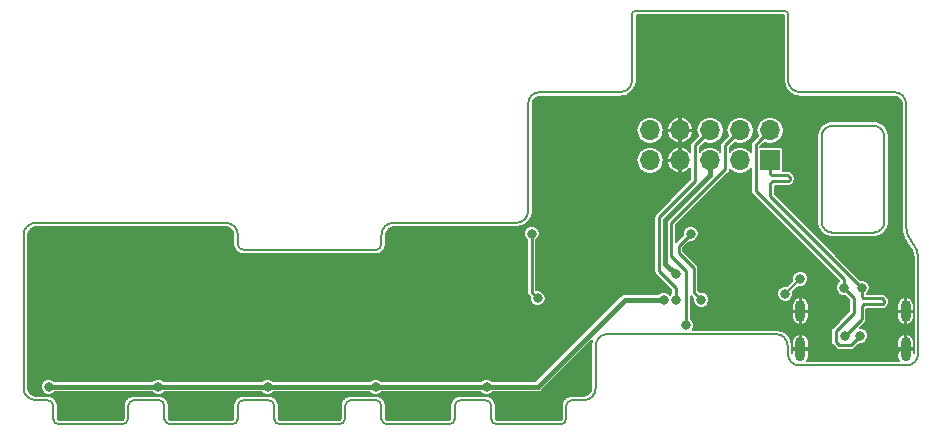
<source format=gbr>
%TF.GenerationSoftware,KiCad,Pcbnew,(5.0.0)*%
%TF.CreationDate,2019-04-02T12:12:56-04:00*%
%TF.ProjectId,Fusion USB Daughter Board,467573696F6E20555342204461756768,rev?*%
%TF.SameCoordinates,Original*%
%TF.FileFunction,Copper,L2,Bot,Signal*%
%TF.FilePolarity,Positive*%
%FSLAX46Y46*%
G04 Gerber Fmt 4.6, Leading zero omitted, Abs format (unit mm)*
G04 Created by KiCad (PCBNEW (5.0.0)) date 04/02/19 12:12:56*
%MOMM*%
%LPD*%
G01*
G04 APERTURE LIST*
%ADD10C,0.200000*%
%ADD11O,0.850000X2.050000*%
%ADD12O,0.850000X1.850000*%
%ADD13O,1.700000X1.700000*%
%ADD14R,1.700000X1.700000*%
%ADD15C,0.800000*%
%ADD16C,0.254000*%
%ADD17C,0.381000*%
%ADD18C,0.152400*%
G04 APERTURE END LIST*
D10*
X176900000Y-117250000D02*
G75*
G02X176000000Y-118150000I-900000J0D01*
G01*
X176900000Y-110000000D02*
X176900000Y-117250000D01*
X140544594Y-133887594D02*
X140544594Y-132824523D01*
X149969740Y-132824523D02*
G75*
G02X150469740Y-132324523I500000J0D01*
G01*
X144118853Y-134387594D02*
X149469740Y-134387594D01*
X144118853Y-134387594D02*
G75*
G02X143618853Y-133887594I0J500000D01*
G01*
X141044594Y-132324523D02*
X143118853Y-132324523D01*
X149969740Y-133887594D02*
X149969740Y-132824523D01*
X149969740Y-133887594D02*
G75*
G02X149469740Y-134387594I-500000J0D01*
G01*
X143618853Y-132824523D02*
X143618853Y-133887594D01*
X150469740Y-132324523D02*
X151469740Y-132324523D01*
X140544594Y-132824523D02*
G75*
G02X141044594Y-132324523I500000J0D01*
G01*
X143118853Y-132324523D02*
G75*
G02X143618853Y-132824523I0J-500000D01*
G01*
X152469740Y-127732704D02*
G75*
G02X153469740Y-126732704I1000000J0D01*
G01*
X168725000Y-127732704D02*
X168725000Y-128387594D01*
X167725000Y-126732704D02*
G75*
G02X168725000Y-127732704I0J-1000000D01*
G01*
X152469740Y-131324523D02*
G75*
G02X151469740Y-132324523I-1000000J0D01*
G01*
X179262500Y-118976457D02*
G75*
G02X179775000Y-120313373I-1487500J-1336916D01*
G01*
X179775000Y-128387594D02*
G75*
G02X178775000Y-129387594I-1000000J0D01*
G01*
X152469740Y-131324523D02*
X152469740Y-127732704D01*
X169725000Y-129387594D02*
X178775000Y-129387594D01*
X169725000Y-129387594D02*
G75*
G02X168725000Y-128387594I0J1000000D01*
G01*
X179775000Y-128387594D02*
X179775000Y-120313373D01*
X153469740Y-126732704D02*
X167725000Y-126732704D01*
X106030260Y-132324523D02*
G75*
G02X106530260Y-132824523I0J-500000D01*
G01*
X107030260Y-134387594D02*
G75*
G02X106530260Y-133887594I0J500000D01*
G01*
X106530260Y-132824523D02*
X106530260Y-133887594D01*
X105030260Y-132324523D02*
G75*
G02X104030260Y-131324523I0J1000000D01*
G01*
X104030260Y-118324523D02*
X104030260Y-131324523D01*
X104030260Y-118324523D02*
G75*
G02X105030260Y-117324523I1000000J0D01*
G01*
X112881146Y-132824523D02*
G75*
G02X113381146Y-132324523I500000J0D01*
G01*
X112881146Y-133887594D02*
X112881146Y-132824523D01*
X112881146Y-133887594D02*
G75*
G02X112381146Y-134387594I-500000J0D01*
G01*
X107030260Y-134387594D02*
X112381146Y-134387594D01*
X105030260Y-132324523D02*
X106030260Y-132324523D01*
X134329698Y-132824523D02*
X134329698Y-133887594D01*
X131252713Y-133887594D02*
G75*
G02X130752713Y-134387594I-500000J0D01*
G01*
X125747287Y-134387594D02*
X130752713Y-134387594D01*
X125747287Y-134387594D02*
G75*
G02X125247287Y-133887594I0J500000D01*
G01*
X140544594Y-133887594D02*
G75*
G02X140044594Y-134387594I-500000J0D01*
G01*
X133829698Y-132324523D02*
G75*
G02X134329698Y-132824523I0J-500000D01*
G01*
X134829698Y-134387594D02*
X140044594Y-134387594D01*
X134829698Y-134387594D02*
G75*
G02X134329698Y-133887594I0J500000D01*
G01*
X131252713Y-133887594D02*
X131252713Y-132824523D01*
X131752713Y-132324523D02*
X133829698Y-132324523D01*
X131252713Y-132824523D02*
G75*
G02X131752713Y-132324523I500000J0D01*
G01*
X168750000Y-105250000D02*
X168750000Y-99635787D01*
X177750000Y-106250000D02*
X169750000Y-106250000D01*
X178750000Y-117639541D02*
X178750000Y-107250000D01*
X177750000Y-106250000D02*
G75*
G02X178750000Y-107250000I0J-1000000D01*
G01*
X179262500Y-118976457D02*
G75*
G02X178750000Y-117639541I1487500J1336916D01*
G01*
X169750000Y-106250000D02*
G75*
G02X168750000Y-105250000I0J1000000D01*
G01*
X134329698Y-118324523D02*
G75*
G02X135329698Y-117324523I1000000J0D01*
G01*
X146750000Y-116324523D02*
G75*
G02X145750000Y-117324523I-1000000J0D01*
G01*
X146750000Y-107250000D02*
X146750000Y-116324523D01*
X155550000Y-105250000D02*
G75*
G02X154550000Y-106250000I-1000000J0D01*
G01*
X168500000Y-99385787D02*
X155800000Y-99385787D01*
X171600000Y-117250000D02*
X171600000Y-110000000D01*
X155550000Y-99635787D02*
X155550000Y-105250000D01*
X155550000Y-99635787D02*
G75*
G02X155800000Y-99385787I250000J0D01*
G01*
X172500000Y-109100000D02*
X176000000Y-109100000D01*
X171600000Y-110000000D02*
G75*
G02X172500000Y-109100000I900000J0D01*
G01*
X172500000Y-118150000D02*
G75*
G02X171600000Y-117250000I0J900000D01*
G01*
X146750000Y-107250000D02*
G75*
G02X147750000Y-106250000I1000000J0D01*
G01*
X134329698Y-119120333D02*
G75*
G02X133829698Y-119620333I-500000J0D01*
G01*
X122170301Y-119120333D02*
X122170301Y-118324523D01*
X145750000Y-117324523D02*
X135329698Y-117324523D01*
X134329698Y-118324523D02*
X134329698Y-119120333D01*
X168500000Y-99385787D02*
G75*
G02X168750000Y-99635787I0J-250000D01*
G01*
X176000000Y-118150000D02*
X172500000Y-118150000D01*
X154550000Y-106250000D02*
X147750000Y-106250000D01*
X121170301Y-117324523D02*
X105030260Y-117324523D01*
X121170301Y-117324523D02*
G75*
G02X122170301Y-118324523I0J-1000000D01*
G01*
X122670301Y-119620333D02*
G75*
G02X122170301Y-119120333I0J500000D01*
G01*
X133829698Y-119620333D02*
X122670301Y-119620333D01*
X113381146Y-132324523D02*
X115455406Y-132324523D01*
X124747287Y-132324523D02*
G75*
G02X125247287Y-132824523I0J-500000D01*
G01*
X122670301Y-132324523D02*
X124747287Y-132324523D01*
X122170301Y-133887594D02*
G75*
G02X121670301Y-134387594I-500000J0D01*
G01*
X115955406Y-132824523D02*
X115955406Y-133887594D01*
X116455406Y-134387594D02*
X121670301Y-134387594D01*
X125247287Y-132824523D02*
X125247287Y-133887594D01*
X122170301Y-132824523D02*
G75*
G02X122670301Y-132324523I500000J0D01*
G01*
X122170301Y-133887594D02*
X122170301Y-132824523D01*
X116455406Y-134387594D02*
G75*
G02X115955406Y-133887594I0J500000D01*
G01*
X115455406Y-132324523D02*
G75*
G02X115955406Y-132824523I0J-500000D01*
G01*
X176000000Y-109100000D02*
G75*
G02X176900000Y-110000000I0J-900000D01*
G01*
D11*
X169800000Y-128000000D03*
X178700000Y-128000000D03*
D12*
X169800000Y-124800000D03*
X178700000Y-124800000D03*
D13*
X157070000Y-109493000D03*
X157070000Y-112033000D03*
X159610000Y-109493000D03*
X159610000Y-112033000D03*
X162150000Y-109493000D03*
X162150000Y-112033000D03*
X164690000Y-109493000D03*
X164690000Y-112033000D03*
X167230000Y-109493000D03*
D14*
X167230000Y-112033000D03*
D15*
X170285000Y-123335000D03*
X177778000Y-126383000D03*
X178921000Y-126383000D03*
X177143000Y-127272000D03*
X177778000Y-128161000D03*
X176508000Y-128161000D03*
X160506000Y-117112000D03*
X161268000Y-116350000D03*
X162030000Y-115588000D03*
X163554000Y-114064000D03*
X162030000Y-117112000D03*
X162792000Y-114826000D03*
X162792000Y-116350000D03*
X163554000Y-115588000D03*
X163554000Y-117112000D03*
X174222000Y-120033000D03*
X167364000Y-124351000D03*
X166348000Y-124351000D03*
X171936000Y-126891000D03*
X170666000Y-125621000D03*
X165205000Y-120922000D03*
X167364000Y-123335000D03*
X143234010Y-131209000D03*
X133836000Y-131209000D03*
X124692000Y-131209000D03*
X115421000Y-131209000D03*
X106150000Y-131209000D03*
X158220000Y-123843008D03*
X159236000Y-121684000D03*
X173460000Y-122827000D03*
X174857000Y-126891000D03*
X174984000Y-122827000D03*
X173587000Y-126891000D03*
X168507000Y-123335000D03*
X169777000Y-122065006D03*
X161395000Y-123843000D03*
X160506000Y-118255000D03*
X160125000Y-126002000D03*
X159236000Y-123843000D03*
X147044000Y-118255000D03*
X147552004Y-123716000D03*
D16*
X106531000Y-131209000D02*
X106150000Y-131209000D01*
D17*
X106150000Y-131209000D02*
X115421000Y-131209000D01*
X115421000Y-131209000D02*
X124692000Y-131209000D01*
X124692000Y-131209000D02*
X133836000Y-131209000D01*
X133836000Y-131209000D02*
X143234010Y-131209000D01*
X157654315Y-123843008D02*
X158220000Y-123843008D01*
X154917992Y-123843008D02*
X157654315Y-123843008D01*
X143234010Y-131209000D02*
X147552000Y-131209000D01*
X147552000Y-131209000D02*
X154917992Y-123843008D01*
X158347000Y-120795000D02*
X159236000Y-121684000D01*
X158347000Y-117112000D02*
X158347000Y-120795000D01*
X162150000Y-112033000D02*
X162150000Y-113309000D01*
X162150000Y-113309000D02*
X158347000Y-117112000D01*
D16*
X173094001Y-127668001D02*
X172809999Y-127383999D01*
X174857000Y-126891000D02*
X174079999Y-127668001D01*
X174079999Y-127668001D02*
X173094001Y-127668001D01*
X172809999Y-126518039D02*
X174349000Y-124979038D01*
X172809999Y-127383999D02*
X172809999Y-126518039D01*
X174349000Y-123716000D02*
X173460000Y-122827000D01*
X174349000Y-124979038D02*
X174349000Y-123716000D01*
X166380001Y-110342999D02*
X167230000Y-109493000D01*
X166002999Y-110720001D02*
X166380001Y-110342999D01*
X166002999Y-114607999D02*
X166002999Y-110720001D01*
X173460000Y-122065000D02*
X166002999Y-114607999D01*
X173460000Y-122827000D02*
X173460000Y-122065000D01*
X174990368Y-123518520D02*
X174984000Y-123462000D01*
X175009153Y-123572206D02*
X174990368Y-123518520D01*
X175039414Y-123620366D02*
X175009153Y-123572206D01*
X175127793Y-123690846D02*
X175079633Y-123660585D01*
X175181479Y-123709631D02*
X175127793Y-123690846D01*
X175238000Y-123716000D02*
X175181479Y-123709631D01*
X176697368Y-123722368D02*
X176640848Y-123716000D01*
X176799214Y-123771414D02*
X176751054Y-123741153D01*
X176839433Y-123811633D02*
X176799214Y-123771414D01*
X176869694Y-123859793D02*
X176839433Y-123811633D01*
X176751054Y-123741153D02*
X176697368Y-123722368D01*
X176888479Y-123913479D02*
X176869694Y-123859793D01*
X176894848Y-123970000D02*
X176888479Y-123913479D01*
X176888479Y-124026520D02*
X176894848Y-123970000D01*
X174984000Y-123462000D02*
X174984000Y-122861153D01*
X175039414Y-124319633D02*
X175079633Y-124279414D01*
X176640848Y-123716000D02*
X175238000Y-123716000D01*
X175181479Y-124230368D02*
X175238000Y-124224000D01*
X174984000Y-124478000D02*
X174990368Y-124421479D01*
X175009153Y-124367793D02*
X175039414Y-124319633D01*
X173587000Y-126891000D02*
X174984000Y-125494000D01*
X175127793Y-124249153D02*
X175181479Y-124230368D01*
X174984000Y-125494000D02*
X174984000Y-124478000D01*
X175079633Y-124279414D02*
X175127793Y-124249153D01*
X175238000Y-124224000D02*
X176640848Y-124224000D01*
X174984000Y-122861153D02*
X174984000Y-122827000D01*
X176640848Y-124224000D02*
X176697368Y-124217631D01*
X175079633Y-123660585D02*
X175039414Y-123620366D01*
X176799214Y-124168585D02*
X176839433Y-124128366D01*
X176697368Y-124217631D02*
X176751054Y-124198846D01*
X176751054Y-124198846D02*
X176799214Y-124168585D01*
X176839433Y-124128366D02*
X176869694Y-124080206D01*
X174990368Y-124421479D02*
X175009153Y-124367793D01*
X176869694Y-124080206D02*
X176888479Y-124026520D01*
X167230000Y-113048000D02*
X167230000Y-112518536D01*
X167255153Y-113158206D02*
X167236368Y-113104520D01*
X167285414Y-113206366D02*
X167255153Y-113158206D01*
X167325633Y-113246585D02*
X167285414Y-113206366D01*
X167373793Y-113276846D02*
X167325633Y-113246585D01*
X167427479Y-113295631D02*
X167373793Y-113276846D01*
X167484000Y-113302000D02*
X167427479Y-113295631D01*
X168658629Y-113302000D02*
X167484000Y-113302000D01*
X168715149Y-113308368D02*
X168658629Y-113302000D01*
X168857214Y-113397633D02*
X168816995Y-113357414D01*
X168887475Y-113445793D02*
X168857214Y-113397633D01*
X168816995Y-113357414D02*
X168768835Y-113327153D01*
X168912629Y-113556000D02*
X168906260Y-113499479D01*
X167285414Y-113905633D02*
X167325633Y-113865414D01*
X167427479Y-113816368D02*
X167484000Y-113810000D01*
X167255153Y-113953793D02*
X167285414Y-113905633D01*
X167236368Y-113104520D02*
X167230000Y-113048000D01*
X167236368Y-114007479D02*
X167255153Y-113953793D01*
X168768835Y-113327153D02*
X168715149Y-113308368D01*
X167230000Y-115073000D02*
X167230000Y-114064000D01*
X167484000Y-113810000D02*
X168658629Y-113810000D01*
X167230000Y-112518536D02*
X167230000Y-112033000D01*
X167230000Y-114064000D02*
X167236368Y-114007479D01*
X168906260Y-113612520D02*
X168912629Y-113556000D01*
X174984000Y-122827000D02*
X167230000Y-115073000D01*
X167325633Y-113865414D02*
X167373793Y-113835153D01*
X167373793Y-113835153D02*
X167427479Y-113816368D01*
X168768835Y-113784846D02*
X168816995Y-113754585D01*
X168658629Y-113810000D02*
X168715149Y-113803631D01*
X168715149Y-113803631D02*
X168768835Y-113784846D01*
X168816995Y-113754585D02*
X168857214Y-113714366D01*
X168906260Y-113499479D02*
X168887475Y-113445793D01*
X168857214Y-113714366D02*
X168887475Y-113666206D01*
X168887475Y-113666206D02*
X168906260Y-113612520D01*
D18*
X168507000Y-123335000D02*
X169776994Y-122065006D01*
X169776994Y-122065006D02*
X169777000Y-122065006D01*
D16*
X159490000Y-119271000D02*
X160506000Y-118255000D01*
X159490000Y-119906000D02*
X159490000Y-119271000D01*
X160760000Y-121176000D02*
X159490000Y-119906000D01*
X161395000Y-123843000D02*
X160760000Y-123208000D01*
X160760000Y-123208000D02*
X160760000Y-121176000D01*
X163427000Y-110756000D02*
X164690000Y-109493000D01*
X163427000Y-112794000D02*
X163427000Y-110756000D01*
X158855000Y-117366000D02*
X163427000Y-112794000D01*
X158855000Y-120160000D02*
X158855000Y-117366000D01*
X160125000Y-126002000D02*
X160125000Y-121430000D01*
X160125000Y-121430000D02*
X158855000Y-120160000D01*
X159236000Y-122827000D02*
X159236000Y-123843000D01*
X157839000Y-121430000D02*
X159236000Y-122827000D01*
X157839000Y-116858000D02*
X157839000Y-121430000D01*
X160887000Y-113810000D02*
X157839000Y-116858000D01*
X160887000Y-110756000D02*
X162150000Y-109493000D01*
X160887000Y-113810000D02*
X160887000Y-110756000D01*
X147044000Y-118255000D02*
X147044000Y-123207996D01*
X147044000Y-123207996D02*
X147152005Y-123316001D01*
X147152005Y-123316001D02*
X147552004Y-123716000D01*
D18*
G36*
X168370600Y-105287362D02*
X168377890Y-105324011D01*
X168377890Y-105324017D01*
X168454010Y-105706700D01*
X168510660Y-105843466D01*
X168727433Y-106167890D01*
X168832110Y-106272567D01*
X169156531Y-106489337D01*
X169156534Y-106489340D01*
X169253242Y-106529397D01*
X169293299Y-106545990D01*
X169293300Y-106545990D01*
X169675983Y-106622110D01*
X169675988Y-106622110D01*
X169712637Y-106629400D01*
X177712632Y-106629400D01*
X177984649Y-106683507D01*
X178183574Y-106816424D01*
X178316493Y-107015352D01*
X178370601Y-107287373D01*
X178370600Y-117676903D01*
X178373638Y-117692174D01*
X178398423Y-117995324D01*
X178407320Y-118034410D01*
X178413350Y-118074055D01*
X178414717Y-118078484D01*
X178585218Y-118619304D01*
X178607501Y-118665711D01*
X178629225Y-118712409D01*
X178631778Y-118716273D01*
X178631780Y-118716277D01*
X178631783Y-118716280D01*
X178947218Y-119187505D01*
X179232430Y-119613580D01*
X179373776Y-120061919D01*
X179395601Y-120328866D01*
X179395600Y-128350226D01*
X179391700Y-128369833D01*
X179391700Y-128050800D01*
X178750800Y-128050800D01*
X178750800Y-128070800D01*
X178649200Y-128070800D01*
X178649200Y-128050800D01*
X178008300Y-128050800D01*
X178008300Y-128650800D01*
X178080393Y-128911635D01*
X178155698Y-129008194D01*
X170344302Y-129008194D01*
X170419607Y-128911635D01*
X170491700Y-128650800D01*
X170491700Y-128050800D01*
X169850800Y-128050800D01*
X169850800Y-128070800D01*
X169749200Y-128070800D01*
X169749200Y-128050800D01*
X169108300Y-128050800D01*
X169108300Y-128369833D01*
X169104400Y-128350226D01*
X169104400Y-127695341D01*
X169097110Y-127658692D01*
X169097110Y-127658687D01*
X169035550Y-127349200D01*
X169108300Y-127349200D01*
X169108300Y-127949200D01*
X169749200Y-127949200D01*
X169749200Y-126777043D01*
X169850800Y-126777043D01*
X169850800Y-127949200D01*
X170491700Y-127949200D01*
X170491700Y-127349200D01*
X170419607Y-127088365D01*
X170253185Y-126874973D01*
X170017769Y-126741512D01*
X169958088Y-126726608D01*
X169850800Y-126777043D01*
X169749200Y-126777043D01*
X169641912Y-126726608D01*
X169582231Y-126741512D01*
X169346815Y-126874973D01*
X169180393Y-127088365D01*
X169108300Y-127349200D01*
X169035550Y-127349200D01*
X169020990Y-127276004D01*
X168964340Y-127139238D01*
X168964337Y-127139235D01*
X168747567Y-126814814D01*
X168642890Y-126710137D01*
X168318466Y-126493364D01*
X168181700Y-126436714D01*
X167799017Y-126360594D01*
X167799012Y-126360594D01*
X167762363Y-126353304D01*
X160714862Y-126353304D01*
X160804400Y-126137141D01*
X160804400Y-125866859D01*
X160700967Y-125617151D01*
X160531400Y-125447584D01*
X160531400Y-124850800D01*
X169108300Y-124850800D01*
X169108300Y-125350800D01*
X169180393Y-125611635D01*
X169346815Y-125825027D01*
X169582231Y-125958488D01*
X169641912Y-125973392D01*
X169749200Y-125922957D01*
X169749200Y-124850800D01*
X169850800Y-124850800D01*
X169850800Y-125922957D01*
X169958088Y-125973392D01*
X170017769Y-125958488D01*
X170253185Y-125825027D01*
X170419607Y-125611635D01*
X170491700Y-125350800D01*
X170491700Y-124850800D01*
X169850800Y-124850800D01*
X169749200Y-124850800D01*
X169108300Y-124850800D01*
X160531400Y-124850800D01*
X160531400Y-123554135D01*
X160715600Y-123738336D01*
X160715600Y-123978141D01*
X160819033Y-124227849D01*
X161010151Y-124418967D01*
X161259859Y-124522400D01*
X161530141Y-124522400D01*
X161779849Y-124418967D01*
X161949616Y-124249200D01*
X169108300Y-124249200D01*
X169108300Y-124749200D01*
X169749200Y-124749200D01*
X169749200Y-123677043D01*
X169850800Y-123677043D01*
X169850800Y-124749200D01*
X170491700Y-124749200D01*
X170491700Y-124249200D01*
X170419607Y-123988365D01*
X170253185Y-123774973D01*
X170017769Y-123641512D01*
X169958088Y-123626608D01*
X169850800Y-123677043D01*
X169749200Y-123677043D01*
X169641912Y-123626608D01*
X169582231Y-123641512D01*
X169346815Y-123774973D01*
X169180393Y-123988365D01*
X169108300Y-124249200D01*
X161949616Y-124249200D01*
X161970967Y-124227849D01*
X162074400Y-123978141D01*
X162074400Y-123707859D01*
X161970967Y-123458151D01*
X161779849Y-123267033D01*
X161617678Y-123199859D01*
X167827600Y-123199859D01*
X167827600Y-123470141D01*
X167931033Y-123719849D01*
X168122151Y-123910967D01*
X168371859Y-124014400D01*
X168642141Y-124014400D01*
X168891849Y-123910967D01*
X169082967Y-123719849D01*
X169186400Y-123470141D01*
X169186400Y-123199859D01*
X169174285Y-123170610D01*
X169612606Y-122732289D01*
X169641859Y-122744406D01*
X169912141Y-122744406D01*
X170161849Y-122640973D01*
X170352967Y-122449855D01*
X170456400Y-122200147D01*
X170456400Y-121929865D01*
X170352967Y-121680157D01*
X170161849Y-121489039D01*
X169912141Y-121385606D01*
X169641859Y-121385606D01*
X169392151Y-121489039D01*
X169201033Y-121680157D01*
X169097600Y-121929865D01*
X169097600Y-122200147D01*
X169109714Y-122229392D01*
X168671390Y-122667715D01*
X168642141Y-122655600D01*
X168371859Y-122655600D01*
X168122151Y-122759033D01*
X167931033Y-122950151D01*
X167827600Y-123199859D01*
X161617678Y-123199859D01*
X161530141Y-123163600D01*
X161290336Y-123163600D01*
X161166400Y-123039665D01*
X161166400Y-121216017D01*
X161174360Y-121175999D01*
X161166400Y-121135981D01*
X161166400Y-121135977D01*
X161142820Y-121017431D01*
X161052997Y-120883003D01*
X161019068Y-120860332D01*
X159896400Y-119737665D01*
X159896400Y-119439335D01*
X160401336Y-118934400D01*
X160641141Y-118934400D01*
X160890849Y-118830967D01*
X161081967Y-118639849D01*
X161185400Y-118390141D01*
X161185400Y-118119859D01*
X161081967Y-117870151D01*
X160890849Y-117679033D01*
X160641141Y-117575600D01*
X160370859Y-117575600D01*
X160121151Y-117679033D01*
X159930033Y-117870151D01*
X159826600Y-118119859D01*
X159826600Y-118359664D01*
X159261400Y-118924865D01*
X159261400Y-117534335D01*
X163686069Y-113109667D01*
X163719997Y-113086997D01*
X163809820Y-112952569D01*
X163833400Y-112834023D01*
X163833400Y-112834019D01*
X163841086Y-112795377D01*
X163875748Y-112847252D01*
X164249330Y-113096871D01*
X164578765Y-113162400D01*
X164801235Y-113162400D01*
X165130670Y-113096871D01*
X165504252Y-112847252D01*
X165596599Y-112709044D01*
X165596599Y-114567981D01*
X165588639Y-114607999D01*
X165596599Y-114648017D01*
X165596599Y-114648021D01*
X165620179Y-114766567D01*
X165710002Y-114900996D01*
X165743934Y-114923669D01*
X173053601Y-122233337D01*
X173053601Y-122272583D01*
X172884033Y-122442151D01*
X172780600Y-122691859D01*
X172780600Y-122962141D01*
X172884033Y-123211849D01*
X173075151Y-123402967D01*
X173324859Y-123506400D01*
X173564665Y-123506400D01*
X173942601Y-123884337D01*
X173942600Y-124810702D01*
X172550932Y-126202371D01*
X172517003Y-126225042D01*
X172494332Y-126258971D01*
X172494331Y-126258972D01*
X172427180Y-126359470D01*
X172395639Y-126518039D01*
X172403600Y-126558062D01*
X172403599Y-127343981D01*
X172395639Y-127383999D01*
X172403599Y-127424017D01*
X172403599Y-127424021D01*
X172427179Y-127542567D01*
X172517002Y-127676996D01*
X172550933Y-127699668D01*
X172778335Y-127927071D01*
X172801004Y-127960998D01*
X172834930Y-127983667D01*
X172834932Y-127983669D01*
X172882547Y-128015484D01*
X172935432Y-128050821D01*
X173053978Y-128074401D01*
X173053986Y-128074401D01*
X173094000Y-128082360D01*
X173134015Y-128074401D01*
X174039981Y-128074401D01*
X174079999Y-128082361D01*
X174120017Y-128074401D01*
X174120022Y-128074401D01*
X174238568Y-128050821D01*
X174372996Y-127960998D01*
X174395669Y-127927066D01*
X174752335Y-127570400D01*
X174992141Y-127570400D01*
X175241849Y-127466967D01*
X175359616Y-127349200D01*
X178008300Y-127349200D01*
X178008300Y-127949200D01*
X178649200Y-127949200D01*
X178649200Y-126777043D01*
X178750800Y-126777043D01*
X178750800Y-127949200D01*
X179391700Y-127949200D01*
X179391700Y-127349200D01*
X179319607Y-127088365D01*
X179153185Y-126874973D01*
X178917769Y-126741512D01*
X178858088Y-126726608D01*
X178750800Y-126777043D01*
X178649200Y-126777043D01*
X178541912Y-126726608D01*
X178482231Y-126741512D01*
X178246815Y-126874973D01*
X178080393Y-127088365D01*
X178008300Y-127349200D01*
X175359616Y-127349200D01*
X175432967Y-127275849D01*
X175536400Y-127026141D01*
X175536400Y-126755859D01*
X175432967Y-126506151D01*
X175241849Y-126315033D01*
X174992141Y-126211600D01*
X174841136Y-126211600D01*
X175243069Y-125809667D01*
X175276997Y-125786997D01*
X175366820Y-125652569D01*
X175390400Y-125534023D01*
X175390400Y-125534019D01*
X175398360Y-125494001D01*
X175390400Y-125453983D01*
X175390400Y-124850800D01*
X178008300Y-124850800D01*
X178008300Y-125350800D01*
X178080393Y-125611635D01*
X178246815Y-125825027D01*
X178482231Y-125958488D01*
X178541912Y-125973392D01*
X178649200Y-125922957D01*
X178649200Y-124850800D01*
X178750800Y-124850800D01*
X178750800Y-125922957D01*
X178858088Y-125973392D01*
X178917769Y-125958488D01*
X179153185Y-125825027D01*
X179319607Y-125611635D01*
X179391700Y-125350800D01*
X179391700Y-124850800D01*
X178750800Y-124850800D01*
X178649200Y-124850800D01*
X178008300Y-124850800D01*
X175390400Y-124850800D01*
X175390400Y-124630400D01*
X176623758Y-124630400D01*
X176646584Y-124632325D01*
X176663667Y-124630400D01*
X176670488Y-124630400D01*
X176674132Y-124631340D01*
X176680790Y-124630400D01*
X176680871Y-124630400D01*
X176681068Y-124630361D01*
X176748507Y-124620840D01*
X176782647Y-124616993D01*
X176788125Y-124615247D01*
X176793812Y-124614444D01*
X176814554Y-124607186D01*
X176820462Y-124607352D01*
X176858762Y-124592732D01*
X176897807Y-124580287D01*
X176902319Y-124576477D01*
X176923053Y-124569222D01*
X176928005Y-124566301D01*
X176933383Y-124564248D01*
X176951990Y-124552556D01*
X176957783Y-124551404D01*
X176991854Y-124528638D01*
X177027159Y-124507813D01*
X177030713Y-124503091D01*
X177049320Y-124491399D01*
X177053498Y-124487449D01*
X177058281Y-124484253D01*
X177073819Y-124468715D01*
X177079211Y-124466302D01*
X177107368Y-124436520D01*
X177137150Y-124408363D01*
X177139563Y-124402971D01*
X177155101Y-124387433D01*
X177158297Y-124382650D01*
X177162247Y-124378472D01*
X177173939Y-124359865D01*
X177178661Y-124356311D01*
X177199486Y-124321006D01*
X177222252Y-124286935D01*
X177223404Y-124281142D01*
X177235096Y-124262535D01*
X177237149Y-124257157D01*
X177240070Y-124252205D01*
X177241121Y-124249200D01*
X178008300Y-124249200D01*
X178008300Y-124749200D01*
X178649200Y-124749200D01*
X178649200Y-123677043D01*
X178750800Y-123677043D01*
X178750800Y-124749200D01*
X179391700Y-124749200D01*
X179391700Y-124249200D01*
X179319607Y-123988365D01*
X179153185Y-123774973D01*
X178917769Y-123641512D01*
X178858088Y-123626608D01*
X178750800Y-123677043D01*
X178649200Y-123677043D01*
X178541912Y-123626608D01*
X178482231Y-123641512D01*
X178246815Y-123774973D01*
X178080393Y-123988365D01*
X178008300Y-124249200D01*
X177241121Y-124249200D01*
X177247326Y-124231469D01*
X177251135Y-124226958D01*
X177263578Y-124187919D01*
X177278200Y-124149614D01*
X177278034Y-124143706D01*
X177285292Y-124122964D01*
X177286095Y-124117276D01*
X177287841Y-124111798D01*
X177290302Y-124089959D01*
X177293016Y-124084705D01*
X177296462Y-124043842D01*
X177302188Y-124003283D01*
X177300713Y-123997566D01*
X177303173Y-123975736D01*
X177302689Y-123970000D01*
X177303173Y-123964264D01*
X177300713Y-123942434D01*
X177302188Y-123936716D01*
X177296462Y-123896154D01*
X177293016Y-123855296D01*
X177290302Y-123850043D01*
X177287841Y-123828202D01*
X177286095Y-123822725D01*
X177285292Y-123817035D01*
X177278034Y-123796293D01*
X177278200Y-123790385D01*
X177263577Y-123752078D01*
X177251135Y-123713041D01*
X177247326Y-123708530D01*
X177240070Y-123687794D01*
X177237149Y-123682842D01*
X177235096Y-123677464D01*
X177223404Y-123658857D01*
X177222252Y-123653064D01*
X177199486Y-123618993D01*
X177178661Y-123583688D01*
X177173939Y-123580134D01*
X177162247Y-123561527D01*
X177158297Y-123557349D01*
X177155101Y-123552566D01*
X177139563Y-123537028D01*
X177137150Y-123531636D01*
X177107368Y-123503479D01*
X177079211Y-123473697D01*
X177073819Y-123471284D01*
X177058281Y-123455746D01*
X177053498Y-123452550D01*
X177049320Y-123448600D01*
X177030713Y-123436908D01*
X177027159Y-123432186D01*
X176991854Y-123411361D01*
X176957783Y-123388595D01*
X176951990Y-123387443D01*
X176933383Y-123375751D01*
X176928005Y-123373698D01*
X176923053Y-123370777D01*
X176902313Y-123363520D01*
X176897800Y-123359709D01*
X176858761Y-123347266D01*
X176820462Y-123332647D01*
X176814554Y-123332813D01*
X176793812Y-123325555D01*
X176788119Y-123324751D01*
X176782640Y-123323005D01*
X176748517Y-123319160D01*
X176681051Y-123309636D01*
X176680871Y-123309600D01*
X176680797Y-123309600D01*
X176674132Y-123308659D01*
X176670484Y-123309600D01*
X176663663Y-123309600D01*
X176646577Y-123307675D01*
X176623755Y-123309600D01*
X175462216Y-123309600D01*
X175559967Y-123211849D01*
X175663400Y-122962141D01*
X175663400Y-122691859D01*
X175559967Y-122442151D01*
X175368849Y-122251033D01*
X175119141Y-122147600D01*
X174879336Y-122147600D01*
X170019098Y-117287362D01*
X171220600Y-117287362D01*
X171227890Y-117324011D01*
X171227890Y-117324017D01*
X171296398Y-117668431D01*
X171296398Y-117668433D01*
X171316144Y-117716103D01*
X171353048Y-117805198D01*
X171353049Y-117805199D01*
X171548143Y-118097178D01*
X171652820Y-118201855D01*
X171944801Y-118396951D01*
X171944802Y-118396952D01*
X171984922Y-118413570D01*
X172081567Y-118453602D01*
X172081568Y-118453602D01*
X172425983Y-118522110D01*
X172425988Y-118522110D01*
X172462637Y-118529400D01*
X176037363Y-118529400D01*
X176074012Y-118522110D01*
X176074017Y-118522110D01*
X176418431Y-118453602D01*
X176418433Y-118453602D01*
X176515078Y-118413570D01*
X176555198Y-118396952D01*
X176555199Y-118396951D01*
X176847180Y-118201855D01*
X176951857Y-118097178D01*
X177146951Y-117805199D01*
X177146952Y-117805198D01*
X177191921Y-117696633D01*
X177203602Y-117668433D01*
X177203602Y-117668431D01*
X177272110Y-117324017D01*
X177272110Y-117324012D01*
X177279400Y-117287363D01*
X177279400Y-109962637D01*
X177272110Y-109925988D01*
X177272110Y-109925983D01*
X177203602Y-109581568D01*
X177146952Y-109444802D01*
X177146951Y-109444801D01*
X176951855Y-109152820D01*
X176847178Y-109048143D01*
X176555199Y-108853049D01*
X176555198Y-108853048D01*
X176498548Y-108829583D01*
X176418433Y-108796398D01*
X176418431Y-108796398D01*
X176074017Y-108727890D01*
X176074012Y-108727890D01*
X176037363Y-108720600D01*
X172462637Y-108720600D01*
X172425988Y-108727890D01*
X172425983Y-108727890D01*
X172081568Y-108796398D01*
X172081567Y-108796398D01*
X172024917Y-108819863D01*
X171944802Y-108853048D01*
X171944801Y-108853049D01*
X171652822Y-109048143D01*
X171548145Y-109152820D01*
X171353049Y-109444801D01*
X171353048Y-109444802D01*
X171347836Y-109457386D01*
X171296398Y-109581567D01*
X171296398Y-109581569D01*
X171227890Y-109925983D01*
X171227890Y-109925993D01*
X171220601Y-109962637D01*
X171220600Y-117287362D01*
X170019098Y-117287362D01*
X167636400Y-114904665D01*
X167636400Y-114216400D01*
X168641539Y-114216400D01*
X168664365Y-114218325D01*
X168681448Y-114216400D01*
X168688269Y-114216400D01*
X168691913Y-114217340D01*
X168698571Y-114216400D01*
X168698652Y-114216400D01*
X168698849Y-114216361D01*
X168766288Y-114206840D01*
X168800428Y-114202993D01*
X168805906Y-114201247D01*
X168811593Y-114200444D01*
X168832335Y-114193186D01*
X168838243Y-114193352D01*
X168876543Y-114178732D01*
X168915588Y-114166287D01*
X168920100Y-114162477D01*
X168940834Y-114155222D01*
X168945786Y-114152301D01*
X168951164Y-114150248D01*
X168969771Y-114138556D01*
X168975564Y-114137404D01*
X169009635Y-114114638D01*
X169044940Y-114093813D01*
X169048494Y-114089091D01*
X169067101Y-114077399D01*
X169071279Y-114073449D01*
X169076062Y-114070253D01*
X169091600Y-114054715D01*
X169096992Y-114052302D01*
X169125149Y-114022520D01*
X169154931Y-113994363D01*
X169157344Y-113988971D01*
X169172882Y-113973433D01*
X169176078Y-113968650D01*
X169180028Y-113964472D01*
X169191720Y-113945865D01*
X169196442Y-113942311D01*
X169217267Y-113907006D01*
X169240033Y-113872935D01*
X169241185Y-113867142D01*
X169252877Y-113848535D01*
X169254930Y-113843157D01*
X169257851Y-113838205D01*
X169265107Y-113817469D01*
X169268916Y-113812958D01*
X169281359Y-113773919D01*
X169295981Y-113735614D01*
X169295815Y-113729706D01*
X169303073Y-113708964D01*
X169303876Y-113703276D01*
X169305622Y-113697798D01*
X169308083Y-113675959D01*
X169310797Y-113670705D01*
X169314243Y-113629842D01*
X169319969Y-113589283D01*
X169318494Y-113583566D01*
X169320954Y-113561736D01*
X169320470Y-113556000D01*
X169320954Y-113550264D01*
X169318494Y-113528434D01*
X169319969Y-113522716D01*
X169314243Y-113482154D01*
X169310797Y-113441296D01*
X169308083Y-113436043D01*
X169305622Y-113414202D01*
X169303876Y-113408725D01*
X169303073Y-113403035D01*
X169295815Y-113382293D01*
X169295981Y-113376385D01*
X169281358Y-113338078D01*
X169268916Y-113299041D01*
X169265107Y-113294530D01*
X169257851Y-113273794D01*
X169254930Y-113268842D01*
X169252877Y-113263464D01*
X169241185Y-113244857D01*
X169240033Y-113239064D01*
X169217267Y-113204993D01*
X169196442Y-113169688D01*
X169191720Y-113166134D01*
X169180028Y-113147527D01*
X169176078Y-113143349D01*
X169172882Y-113138566D01*
X169157344Y-113123028D01*
X169154931Y-113117636D01*
X169125149Y-113089479D01*
X169096992Y-113059697D01*
X169091600Y-113057284D01*
X169076062Y-113041746D01*
X169071279Y-113038550D01*
X169067101Y-113034600D01*
X169048494Y-113022908D01*
X169044940Y-113018186D01*
X169009635Y-112997361D01*
X168975564Y-112974595D01*
X168969771Y-112973443D01*
X168951164Y-112961751D01*
X168945786Y-112959698D01*
X168940834Y-112956777D01*
X168920094Y-112949520D01*
X168915581Y-112945709D01*
X168876542Y-112933266D01*
X168838243Y-112918647D01*
X168832335Y-112918813D01*
X168811593Y-112911555D01*
X168805900Y-112910751D01*
X168800421Y-112909005D01*
X168766298Y-112905160D01*
X168698832Y-112895636D01*
X168698652Y-112895600D01*
X168698578Y-112895600D01*
X168691913Y-112894659D01*
X168688265Y-112895600D01*
X168681444Y-112895600D01*
X168664358Y-112893675D01*
X168641536Y-112895600D01*
X168362367Y-112895600D01*
X168364873Y-112883000D01*
X168364873Y-111183000D01*
X168343188Y-111073984D01*
X168281436Y-110981564D01*
X168189016Y-110919812D01*
X168080000Y-110898127D01*
X166409399Y-110898127D01*
X166409399Y-110888336D01*
X166695669Y-110602067D01*
X166695671Y-110602064D01*
X166760277Y-110537458D01*
X166789330Y-110556871D01*
X167118765Y-110622400D01*
X167341235Y-110622400D01*
X167670670Y-110556871D01*
X168044252Y-110307252D01*
X168293871Y-109933670D01*
X168381526Y-109493000D01*
X168293871Y-109052330D01*
X168044252Y-108678748D01*
X167670670Y-108429129D01*
X167341235Y-108363600D01*
X167118765Y-108363600D01*
X166789330Y-108429129D01*
X166415748Y-108678748D01*
X166166129Y-109052330D01*
X166078474Y-109493000D01*
X166166129Y-109933670D01*
X166185542Y-109962723D01*
X166120936Y-110027329D01*
X166120933Y-110027331D01*
X165743931Y-110404334D01*
X165710003Y-110427004D01*
X165687332Y-110460933D01*
X165687331Y-110460934D01*
X165620180Y-110561432D01*
X165588639Y-110720001D01*
X165596600Y-110760024D01*
X165596600Y-111356957D01*
X165504252Y-111218748D01*
X165130670Y-110969129D01*
X164801235Y-110903600D01*
X164578765Y-110903600D01*
X164249330Y-110969129D01*
X163875748Y-111218748D01*
X163833400Y-111282126D01*
X163833400Y-110924335D01*
X164220277Y-110537458D01*
X164249330Y-110556871D01*
X164578765Y-110622400D01*
X164801235Y-110622400D01*
X165130670Y-110556871D01*
X165504252Y-110307252D01*
X165753871Y-109933670D01*
X165841526Y-109493000D01*
X165753871Y-109052330D01*
X165504252Y-108678748D01*
X165130670Y-108429129D01*
X164801235Y-108363600D01*
X164578765Y-108363600D01*
X164249330Y-108429129D01*
X163875748Y-108678748D01*
X163626129Y-109052330D01*
X163538474Y-109493000D01*
X163626129Y-109933670D01*
X163645542Y-109962723D01*
X163167933Y-110440332D01*
X163134004Y-110463003D01*
X163111333Y-110496932D01*
X163111332Y-110496933D01*
X163044181Y-110597431D01*
X163012640Y-110756000D01*
X163020601Y-110796023D01*
X163020601Y-111303080D01*
X162964252Y-111218748D01*
X162590670Y-110969129D01*
X162261235Y-110903600D01*
X162038765Y-110903600D01*
X161709330Y-110969129D01*
X161335748Y-111218748D01*
X161293400Y-111282126D01*
X161293400Y-110924335D01*
X161680277Y-110537458D01*
X161709330Y-110556871D01*
X162038765Y-110622400D01*
X162261235Y-110622400D01*
X162590670Y-110556871D01*
X162964252Y-110307252D01*
X163213871Y-109933670D01*
X163301526Y-109493000D01*
X163213871Y-109052330D01*
X162964252Y-108678748D01*
X162590670Y-108429129D01*
X162261235Y-108363600D01*
X162038765Y-108363600D01*
X161709330Y-108429129D01*
X161335748Y-108678748D01*
X161086129Y-109052330D01*
X160998474Y-109493000D01*
X161086129Y-109933670D01*
X161105542Y-109962723D01*
X160627933Y-110440332D01*
X160594004Y-110463003D01*
X160571333Y-110496932D01*
X160571332Y-110496933D01*
X160504181Y-110597431D01*
X160472640Y-110756000D01*
X160480601Y-110796023D01*
X160480601Y-111353464D01*
X160224605Y-111100642D01*
X159834684Y-110939137D01*
X159660800Y-110984205D01*
X159660800Y-111982200D01*
X159680800Y-111982200D01*
X159680800Y-112083800D01*
X159660800Y-112083800D01*
X159660800Y-113081795D01*
X159834684Y-113126863D01*
X160224605Y-112965358D01*
X160480600Y-112712536D01*
X160480600Y-113641664D01*
X157579935Y-116542330D01*
X157546003Y-116565003D01*
X157456180Y-116699432D01*
X157432600Y-116817978D01*
X157432600Y-116817982D01*
X157424640Y-116858000D01*
X157432600Y-116898018D01*
X157432601Y-121389977D01*
X157424640Y-121430000D01*
X157456181Y-121588569D01*
X157519947Y-121684000D01*
X157546004Y-121722997D01*
X157579933Y-121745668D01*
X158829600Y-122995336D01*
X158829600Y-123288584D01*
X158727996Y-123390188D01*
X158604849Y-123267041D01*
X158355141Y-123163608D01*
X158084859Y-123163608D01*
X157835151Y-123267041D01*
X157729084Y-123373108D01*
X154964264Y-123373108D01*
X154917992Y-123363904D01*
X154871720Y-123373108D01*
X154871716Y-123373108D01*
X154734646Y-123400373D01*
X154675143Y-123440132D01*
X154624910Y-123473697D01*
X154579214Y-123504230D01*
X154553002Y-123543459D01*
X147357362Y-130739100D01*
X143724926Y-130739100D01*
X143618859Y-130633033D01*
X143369151Y-130529600D01*
X143098869Y-130529600D01*
X142849161Y-130633033D01*
X142743094Y-130739100D01*
X134326916Y-130739100D01*
X134220849Y-130633033D01*
X133971141Y-130529600D01*
X133700859Y-130529600D01*
X133451151Y-130633033D01*
X133345084Y-130739100D01*
X125182916Y-130739100D01*
X125076849Y-130633033D01*
X124827141Y-130529600D01*
X124556859Y-130529600D01*
X124307151Y-130633033D01*
X124201084Y-130739100D01*
X115911916Y-130739100D01*
X115805849Y-130633033D01*
X115556141Y-130529600D01*
X115285859Y-130529600D01*
X115036151Y-130633033D01*
X114930084Y-130739100D01*
X106640916Y-130739100D01*
X106534849Y-130633033D01*
X106285141Y-130529600D01*
X106014859Y-130529600D01*
X105765151Y-130633033D01*
X105574033Y-130824151D01*
X105470600Y-131073859D01*
X105470600Y-131344141D01*
X105574033Y-131593849D01*
X105765151Y-131784967D01*
X106014859Y-131888400D01*
X106285141Y-131888400D01*
X106534849Y-131784967D01*
X106640916Y-131678900D01*
X114930084Y-131678900D01*
X115036151Y-131784967D01*
X115285859Y-131888400D01*
X115556141Y-131888400D01*
X115805849Y-131784967D01*
X115911916Y-131678900D01*
X124201084Y-131678900D01*
X124307151Y-131784967D01*
X124556859Y-131888400D01*
X124827141Y-131888400D01*
X125076849Y-131784967D01*
X125182916Y-131678900D01*
X133345084Y-131678900D01*
X133451151Y-131784967D01*
X133700859Y-131888400D01*
X133971141Y-131888400D01*
X134220849Y-131784967D01*
X134326916Y-131678900D01*
X142743094Y-131678900D01*
X142849161Y-131784967D01*
X143098869Y-131888400D01*
X143369151Y-131888400D01*
X143618859Y-131784967D01*
X143724926Y-131678900D01*
X147505728Y-131678900D01*
X147552000Y-131688104D01*
X147598272Y-131678900D01*
X147598276Y-131678900D01*
X147735346Y-131651635D01*
X147890778Y-131547778D01*
X147916992Y-131508546D01*
X152190873Y-127234666D01*
X152173750Y-127276004D01*
X152097630Y-127658687D01*
X152097630Y-127658697D01*
X152090341Y-127695341D01*
X152090340Y-131287155D01*
X152036233Y-131559171D01*
X151903314Y-131758099D01*
X151704389Y-131891016D01*
X151432372Y-131945123D01*
X150432377Y-131945123D01*
X150395728Y-131952413D01*
X150395724Y-131952413D01*
X150204381Y-131990473D01*
X150204379Y-131990473D01*
X150091079Y-132037404D01*
X150067618Y-132047122D01*
X150067613Y-132047124D01*
X149905402Y-132155511D01*
X149835620Y-132225294D01*
X149800728Y-132260185D01*
X149692341Y-132422396D01*
X149692341Y-132422397D01*
X149692340Y-132422398D01*
X149682621Y-132445862D01*
X149635690Y-132559162D01*
X149635690Y-132559164D01*
X149597630Y-132750506D01*
X149597630Y-132750516D01*
X149590341Y-132787160D01*
X149590340Y-133850226D01*
X149574293Y-133930900D01*
X149549761Y-133967615D01*
X149513045Y-133992147D01*
X149432373Y-134008194D01*
X144156220Y-134008194D01*
X144075547Y-133992147D01*
X144038832Y-133967615D01*
X144014300Y-133930899D01*
X143998253Y-133850227D01*
X143998253Y-132787160D01*
X143990963Y-132750511D01*
X143990963Y-132750507D01*
X143952903Y-132559164D01*
X143952903Y-132559162D01*
X143905972Y-132445862D01*
X143896253Y-132422398D01*
X143896252Y-132422397D01*
X143896252Y-132422396D01*
X143787865Y-132260185D01*
X143718082Y-132190403D01*
X143683191Y-132155511D01*
X143520980Y-132047124D01*
X143520976Y-132047122D01*
X143497514Y-132037404D01*
X143384214Y-131990473D01*
X143384212Y-131990473D01*
X143192870Y-131952413D01*
X143192865Y-131952413D01*
X143156216Y-131945123D01*
X141007231Y-131945123D01*
X140970582Y-131952413D01*
X140970578Y-131952413D01*
X140779235Y-131990473D01*
X140779233Y-131990473D01*
X140665933Y-132037404D01*
X140642472Y-132047122D01*
X140642467Y-132047124D01*
X140480256Y-132155511D01*
X140410474Y-132225294D01*
X140375582Y-132260185D01*
X140267195Y-132422396D01*
X140267195Y-132422397D01*
X140267194Y-132422398D01*
X140257475Y-132445862D01*
X140210544Y-132559162D01*
X140210544Y-132559164D01*
X140172484Y-132750506D01*
X140172484Y-132750516D01*
X140165195Y-132787160D01*
X140165194Y-133850226D01*
X140149147Y-133930900D01*
X140124615Y-133967615D01*
X140087899Y-133992147D01*
X140007227Y-134008194D01*
X134867065Y-134008194D01*
X134786392Y-133992147D01*
X134749677Y-133967615D01*
X134725145Y-133930899D01*
X134709098Y-133850227D01*
X134709098Y-132787160D01*
X134701808Y-132750511D01*
X134701808Y-132750507D01*
X134663748Y-132559164D01*
X134663748Y-132559162D01*
X134616817Y-132445862D01*
X134607098Y-132422398D01*
X134607097Y-132422397D01*
X134607097Y-132422396D01*
X134498710Y-132260185D01*
X134428927Y-132190403D01*
X134394036Y-132155511D01*
X134231825Y-132047124D01*
X134231821Y-132047122D01*
X134208359Y-132037404D01*
X134095059Y-131990473D01*
X134095057Y-131990473D01*
X133903715Y-131952413D01*
X133903710Y-131952413D01*
X133867061Y-131945123D01*
X131715350Y-131945123D01*
X131678701Y-131952413D01*
X131678697Y-131952413D01*
X131487354Y-131990473D01*
X131487352Y-131990473D01*
X131374052Y-132037404D01*
X131350591Y-132047122D01*
X131350586Y-132047124D01*
X131188375Y-132155511D01*
X131118593Y-132225294D01*
X131083701Y-132260185D01*
X130975314Y-132422396D01*
X130975314Y-132422397D01*
X130975313Y-132422398D01*
X130965594Y-132445862D01*
X130918663Y-132559162D01*
X130918663Y-132559164D01*
X130880603Y-132750506D01*
X130880603Y-132750516D01*
X130873314Y-132787160D01*
X130873313Y-133850226D01*
X130857266Y-133930900D01*
X130832734Y-133967615D01*
X130796018Y-133992147D01*
X130715346Y-134008194D01*
X125784654Y-134008194D01*
X125703981Y-133992147D01*
X125667266Y-133967615D01*
X125642734Y-133930899D01*
X125626687Y-133850227D01*
X125626687Y-132787160D01*
X125619397Y-132750511D01*
X125619397Y-132750507D01*
X125581337Y-132559164D01*
X125581337Y-132559162D01*
X125534406Y-132445862D01*
X125524687Y-132422398D01*
X125524686Y-132422397D01*
X125524686Y-132422396D01*
X125416299Y-132260185D01*
X125346516Y-132190403D01*
X125311625Y-132155511D01*
X125149414Y-132047124D01*
X125149410Y-132047122D01*
X125125948Y-132037404D01*
X125012648Y-131990473D01*
X125012646Y-131990473D01*
X124821304Y-131952413D01*
X124821299Y-131952413D01*
X124784650Y-131945123D01*
X122632938Y-131945123D01*
X122596289Y-131952413D01*
X122596285Y-131952413D01*
X122404942Y-131990473D01*
X122404940Y-131990473D01*
X122291640Y-132037404D01*
X122268179Y-132047122D01*
X122268174Y-132047124D01*
X122105963Y-132155511D01*
X122036181Y-132225294D01*
X122001289Y-132260185D01*
X121892902Y-132422396D01*
X121892902Y-132422397D01*
X121892901Y-132422398D01*
X121883182Y-132445862D01*
X121836251Y-132559162D01*
X121836251Y-132559164D01*
X121798191Y-132750506D01*
X121798191Y-132750516D01*
X121790902Y-132787160D01*
X121790901Y-133850226D01*
X121774854Y-133930900D01*
X121750322Y-133967615D01*
X121713606Y-133992147D01*
X121632934Y-134008194D01*
X116492773Y-134008194D01*
X116412100Y-133992147D01*
X116375385Y-133967615D01*
X116350853Y-133930899D01*
X116334806Y-133850227D01*
X116334806Y-132787160D01*
X116327516Y-132750511D01*
X116327516Y-132750507D01*
X116289456Y-132559164D01*
X116289456Y-132559162D01*
X116242525Y-132445862D01*
X116232806Y-132422398D01*
X116232805Y-132422397D01*
X116232805Y-132422396D01*
X116124418Y-132260185D01*
X116054635Y-132190403D01*
X116019744Y-132155511D01*
X115857533Y-132047124D01*
X115857529Y-132047122D01*
X115834067Y-132037404D01*
X115720767Y-131990473D01*
X115720765Y-131990473D01*
X115529423Y-131952413D01*
X115529418Y-131952413D01*
X115492769Y-131945123D01*
X113343783Y-131945123D01*
X113307134Y-131952413D01*
X113307130Y-131952413D01*
X113115787Y-131990473D01*
X113115785Y-131990473D01*
X113002485Y-132037404D01*
X112979024Y-132047122D01*
X112979019Y-132047124D01*
X112816808Y-132155511D01*
X112747026Y-132225294D01*
X112712134Y-132260185D01*
X112603747Y-132422396D01*
X112603747Y-132422397D01*
X112603746Y-132422398D01*
X112594027Y-132445862D01*
X112547096Y-132559162D01*
X112547096Y-132559164D01*
X112509036Y-132750506D01*
X112509036Y-132750516D01*
X112501747Y-132787160D01*
X112501746Y-133850226D01*
X112485699Y-133930900D01*
X112461167Y-133967615D01*
X112424451Y-133992147D01*
X112343779Y-134008194D01*
X107067627Y-134008194D01*
X106986954Y-133992147D01*
X106950239Y-133967615D01*
X106925707Y-133930899D01*
X106909660Y-133850227D01*
X106909660Y-132787160D01*
X106902370Y-132750511D01*
X106902370Y-132750507D01*
X106864310Y-132559164D01*
X106864310Y-132559162D01*
X106817379Y-132445862D01*
X106807660Y-132422398D01*
X106807659Y-132422397D01*
X106807659Y-132422396D01*
X106699272Y-132260185D01*
X106629489Y-132190403D01*
X106594598Y-132155511D01*
X106432387Y-132047124D01*
X106432383Y-132047122D01*
X106408921Y-132037404D01*
X106295621Y-131990473D01*
X106295619Y-131990473D01*
X106104277Y-131952413D01*
X106104272Y-131952413D01*
X106067623Y-131945123D01*
X105067628Y-131945123D01*
X104795612Y-131891016D01*
X104596684Y-131758097D01*
X104463767Y-131559172D01*
X104409660Y-131287155D01*
X104409660Y-118361891D01*
X104463767Y-118089874D01*
X104596684Y-117890949D01*
X104795612Y-117758030D01*
X105067628Y-117703923D01*
X121132933Y-117703923D01*
X121404950Y-117758030D01*
X121603875Y-117890947D01*
X121736794Y-118089875D01*
X121790902Y-118361895D01*
X121790901Y-119157695D01*
X121798191Y-119194344D01*
X121798191Y-119194350D01*
X121836251Y-119385692D01*
X121836251Y-119385694D01*
X121880136Y-119491640D01*
X121886567Y-119507165D01*
X121892902Y-119522460D01*
X122001289Y-119684671D01*
X122036181Y-119719562D01*
X122105963Y-119789345D01*
X122268174Y-119897732D01*
X122268176Y-119897733D01*
X122288134Y-119906000D01*
X122404940Y-119954383D01*
X122404942Y-119954383D01*
X122596285Y-119992443D01*
X122596289Y-119992443D01*
X122632938Y-119999733D01*
X133867061Y-119999733D01*
X133903710Y-119992443D01*
X133903715Y-119992443D01*
X134095057Y-119954383D01*
X134095059Y-119954383D01*
X134211865Y-119906000D01*
X134231823Y-119897733D01*
X134231825Y-119897732D01*
X134394036Y-119789345D01*
X134444639Y-119738741D01*
X134498710Y-119684671D01*
X134607097Y-119522460D01*
X134613433Y-119507165D01*
X134619863Y-119491640D01*
X134663748Y-119385694D01*
X134663748Y-119385692D01*
X134701808Y-119194349D01*
X134701808Y-119194345D01*
X134709098Y-119157696D01*
X134709098Y-118361891D01*
X134757240Y-118119859D01*
X146364600Y-118119859D01*
X146364600Y-118390141D01*
X146468033Y-118639849D01*
X146637600Y-118809416D01*
X146637601Y-123167973D01*
X146629640Y-123207996D01*
X146661181Y-123366565D01*
X146726298Y-123464018D01*
X146751004Y-123500993D01*
X146784933Y-123523664D01*
X146872604Y-123611335D01*
X146872604Y-123851141D01*
X146976037Y-124100849D01*
X147167155Y-124291967D01*
X147416863Y-124395400D01*
X147687145Y-124395400D01*
X147936853Y-124291967D01*
X148127971Y-124100849D01*
X148231404Y-123851141D01*
X148231404Y-123580859D01*
X148127971Y-123331151D01*
X147936853Y-123140033D01*
X147687145Y-123036600D01*
X147450400Y-123036600D01*
X147450400Y-118809416D01*
X147619967Y-118639849D01*
X147723400Y-118390141D01*
X147723400Y-118119859D01*
X147619967Y-117870151D01*
X147428849Y-117679033D01*
X147179141Y-117575600D01*
X146908859Y-117575600D01*
X146659151Y-117679033D01*
X146468033Y-117870151D01*
X146364600Y-118119859D01*
X134757240Y-118119859D01*
X134763205Y-118089874D01*
X134896122Y-117890949D01*
X135095050Y-117758030D01*
X135367066Y-117703923D01*
X145787363Y-117703923D01*
X145824012Y-117696633D01*
X145824017Y-117696633D01*
X146206700Y-117620513D01*
X146343466Y-117563863D01*
X146667890Y-117347090D01*
X146772567Y-117242413D01*
X146989337Y-116917992D01*
X146989340Y-116917989D01*
X147045990Y-116781223D01*
X147122110Y-116398540D01*
X147122110Y-116398535D01*
X147129400Y-116361886D01*
X147129400Y-112033000D01*
X155918474Y-112033000D01*
X156006129Y-112473670D01*
X156255748Y-112847252D01*
X156629330Y-113096871D01*
X156958765Y-113162400D01*
X157181235Y-113162400D01*
X157510670Y-113096871D01*
X157884252Y-112847252D01*
X158133871Y-112473670D01*
X158176833Y-112257685D01*
X158516132Y-112257685D01*
X158685381Y-112659187D01*
X158995395Y-112965358D01*
X159385316Y-113126863D01*
X159559200Y-113081795D01*
X159559200Y-112083800D01*
X158561126Y-112083800D01*
X158516132Y-112257685D01*
X158176833Y-112257685D01*
X158221526Y-112033000D01*
X158176834Y-111808315D01*
X158516132Y-111808315D01*
X158561126Y-111982200D01*
X159559200Y-111982200D01*
X159559200Y-110984205D01*
X159385316Y-110939137D01*
X158995395Y-111100642D01*
X158685381Y-111406813D01*
X158516132Y-111808315D01*
X158176834Y-111808315D01*
X158133871Y-111592330D01*
X157884252Y-111218748D01*
X157510670Y-110969129D01*
X157181235Y-110903600D01*
X156958765Y-110903600D01*
X156629330Y-110969129D01*
X156255748Y-111218748D01*
X156006129Y-111592330D01*
X155918474Y-112033000D01*
X147129400Y-112033000D01*
X147129400Y-109493000D01*
X155918474Y-109493000D01*
X156006129Y-109933670D01*
X156255748Y-110307252D01*
X156629330Y-110556871D01*
X156958765Y-110622400D01*
X157181235Y-110622400D01*
X157510670Y-110556871D01*
X157884252Y-110307252D01*
X158133871Y-109933670D01*
X158176833Y-109717685D01*
X158516132Y-109717685D01*
X158685381Y-110119187D01*
X158995395Y-110425358D01*
X159385316Y-110586863D01*
X159559200Y-110541795D01*
X159559200Y-109543800D01*
X159660800Y-109543800D01*
X159660800Y-110541795D01*
X159834684Y-110586863D01*
X160224605Y-110425358D01*
X160534619Y-110119187D01*
X160703868Y-109717685D01*
X160658874Y-109543800D01*
X159660800Y-109543800D01*
X159559200Y-109543800D01*
X158561126Y-109543800D01*
X158516132Y-109717685D01*
X158176833Y-109717685D01*
X158221526Y-109493000D01*
X158176834Y-109268315D01*
X158516132Y-109268315D01*
X158561126Y-109442200D01*
X159559200Y-109442200D01*
X159559200Y-108444205D01*
X159660800Y-108444205D01*
X159660800Y-109442200D01*
X160658874Y-109442200D01*
X160703868Y-109268315D01*
X160534619Y-108866813D01*
X160224605Y-108560642D01*
X159834684Y-108399137D01*
X159660800Y-108444205D01*
X159559200Y-108444205D01*
X159385316Y-108399137D01*
X158995395Y-108560642D01*
X158685381Y-108866813D01*
X158516132Y-109268315D01*
X158176834Y-109268315D01*
X158133871Y-109052330D01*
X157884252Y-108678748D01*
X157510670Y-108429129D01*
X157181235Y-108363600D01*
X156958765Y-108363600D01*
X156629330Y-108429129D01*
X156255748Y-108678748D01*
X156006129Y-109052330D01*
X155918474Y-109493000D01*
X147129400Y-109493000D01*
X147129400Y-107287368D01*
X147183507Y-107015351D01*
X147316424Y-106816426D01*
X147515352Y-106683507D01*
X147787368Y-106629400D01*
X154587363Y-106629400D01*
X154624012Y-106622110D01*
X154624017Y-106622110D01*
X155006700Y-106545990D01*
X155143466Y-106489340D01*
X155467890Y-106272567D01*
X155572567Y-106167890D01*
X155789337Y-105843469D01*
X155789340Y-105843466D01*
X155845990Y-105706700D01*
X155922110Y-105324017D01*
X155922110Y-105324012D01*
X155929400Y-105287363D01*
X155929400Y-99765187D01*
X168370601Y-99765187D01*
X168370600Y-105287362D01*
X168370600Y-105287362D01*
G37*
X168370600Y-105287362D02*
X168377890Y-105324011D01*
X168377890Y-105324017D01*
X168454010Y-105706700D01*
X168510660Y-105843466D01*
X168727433Y-106167890D01*
X168832110Y-106272567D01*
X169156531Y-106489337D01*
X169156534Y-106489340D01*
X169253242Y-106529397D01*
X169293299Y-106545990D01*
X169293300Y-106545990D01*
X169675983Y-106622110D01*
X169675988Y-106622110D01*
X169712637Y-106629400D01*
X177712632Y-106629400D01*
X177984649Y-106683507D01*
X178183574Y-106816424D01*
X178316493Y-107015352D01*
X178370601Y-107287373D01*
X178370600Y-117676903D01*
X178373638Y-117692174D01*
X178398423Y-117995324D01*
X178407320Y-118034410D01*
X178413350Y-118074055D01*
X178414717Y-118078484D01*
X178585218Y-118619304D01*
X178607501Y-118665711D01*
X178629225Y-118712409D01*
X178631778Y-118716273D01*
X178631780Y-118716277D01*
X178631783Y-118716280D01*
X178947218Y-119187505D01*
X179232430Y-119613580D01*
X179373776Y-120061919D01*
X179395601Y-120328866D01*
X179395600Y-128350226D01*
X179391700Y-128369833D01*
X179391700Y-128050800D01*
X178750800Y-128050800D01*
X178750800Y-128070800D01*
X178649200Y-128070800D01*
X178649200Y-128050800D01*
X178008300Y-128050800D01*
X178008300Y-128650800D01*
X178080393Y-128911635D01*
X178155698Y-129008194D01*
X170344302Y-129008194D01*
X170419607Y-128911635D01*
X170491700Y-128650800D01*
X170491700Y-128050800D01*
X169850800Y-128050800D01*
X169850800Y-128070800D01*
X169749200Y-128070800D01*
X169749200Y-128050800D01*
X169108300Y-128050800D01*
X169108300Y-128369833D01*
X169104400Y-128350226D01*
X169104400Y-127695341D01*
X169097110Y-127658692D01*
X169097110Y-127658687D01*
X169035550Y-127349200D01*
X169108300Y-127349200D01*
X169108300Y-127949200D01*
X169749200Y-127949200D01*
X169749200Y-126777043D01*
X169850800Y-126777043D01*
X169850800Y-127949200D01*
X170491700Y-127949200D01*
X170491700Y-127349200D01*
X170419607Y-127088365D01*
X170253185Y-126874973D01*
X170017769Y-126741512D01*
X169958088Y-126726608D01*
X169850800Y-126777043D01*
X169749200Y-126777043D01*
X169641912Y-126726608D01*
X169582231Y-126741512D01*
X169346815Y-126874973D01*
X169180393Y-127088365D01*
X169108300Y-127349200D01*
X169035550Y-127349200D01*
X169020990Y-127276004D01*
X168964340Y-127139238D01*
X168964337Y-127139235D01*
X168747567Y-126814814D01*
X168642890Y-126710137D01*
X168318466Y-126493364D01*
X168181700Y-126436714D01*
X167799017Y-126360594D01*
X167799012Y-126360594D01*
X167762363Y-126353304D01*
X160714862Y-126353304D01*
X160804400Y-126137141D01*
X160804400Y-125866859D01*
X160700967Y-125617151D01*
X160531400Y-125447584D01*
X160531400Y-124850800D01*
X169108300Y-124850800D01*
X169108300Y-125350800D01*
X169180393Y-125611635D01*
X169346815Y-125825027D01*
X169582231Y-125958488D01*
X169641912Y-125973392D01*
X169749200Y-125922957D01*
X169749200Y-124850800D01*
X169850800Y-124850800D01*
X169850800Y-125922957D01*
X169958088Y-125973392D01*
X170017769Y-125958488D01*
X170253185Y-125825027D01*
X170419607Y-125611635D01*
X170491700Y-125350800D01*
X170491700Y-124850800D01*
X169850800Y-124850800D01*
X169749200Y-124850800D01*
X169108300Y-124850800D01*
X160531400Y-124850800D01*
X160531400Y-123554135D01*
X160715600Y-123738336D01*
X160715600Y-123978141D01*
X160819033Y-124227849D01*
X161010151Y-124418967D01*
X161259859Y-124522400D01*
X161530141Y-124522400D01*
X161779849Y-124418967D01*
X161949616Y-124249200D01*
X169108300Y-124249200D01*
X169108300Y-124749200D01*
X169749200Y-124749200D01*
X169749200Y-123677043D01*
X169850800Y-123677043D01*
X169850800Y-124749200D01*
X170491700Y-124749200D01*
X170491700Y-124249200D01*
X170419607Y-123988365D01*
X170253185Y-123774973D01*
X170017769Y-123641512D01*
X169958088Y-123626608D01*
X169850800Y-123677043D01*
X169749200Y-123677043D01*
X169641912Y-123626608D01*
X169582231Y-123641512D01*
X169346815Y-123774973D01*
X169180393Y-123988365D01*
X169108300Y-124249200D01*
X161949616Y-124249200D01*
X161970967Y-124227849D01*
X162074400Y-123978141D01*
X162074400Y-123707859D01*
X161970967Y-123458151D01*
X161779849Y-123267033D01*
X161617678Y-123199859D01*
X167827600Y-123199859D01*
X167827600Y-123470141D01*
X167931033Y-123719849D01*
X168122151Y-123910967D01*
X168371859Y-124014400D01*
X168642141Y-124014400D01*
X168891849Y-123910967D01*
X169082967Y-123719849D01*
X169186400Y-123470141D01*
X169186400Y-123199859D01*
X169174285Y-123170610D01*
X169612606Y-122732289D01*
X169641859Y-122744406D01*
X169912141Y-122744406D01*
X170161849Y-122640973D01*
X170352967Y-122449855D01*
X170456400Y-122200147D01*
X170456400Y-121929865D01*
X170352967Y-121680157D01*
X170161849Y-121489039D01*
X169912141Y-121385606D01*
X169641859Y-121385606D01*
X169392151Y-121489039D01*
X169201033Y-121680157D01*
X169097600Y-121929865D01*
X169097600Y-122200147D01*
X169109714Y-122229392D01*
X168671390Y-122667715D01*
X168642141Y-122655600D01*
X168371859Y-122655600D01*
X168122151Y-122759033D01*
X167931033Y-122950151D01*
X167827600Y-123199859D01*
X161617678Y-123199859D01*
X161530141Y-123163600D01*
X161290336Y-123163600D01*
X161166400Y-123039665D01*
X161166400Y-121216017D01*
X161174360Y-121175999D01*
X161166400Y-121135981D01*
X161166400Y-121135977D01*
X161142820Y-121017431D01*
X161052997Y-120883003D01*
X161019068Y-120860332D01*
X159896400Y-119737665D01*
X159896400Y-119439335D01*
X160401336Y-118934400D01*
X160641141Y-118934400D01*
X160890849Y-118830967D01*
X161081967Y-118639849D01*
X161185400Y-118390141D01*
X161185400Y-118119859D01*
X161081967Y-117870151D01*
X160890849Y-117679033D01*
X160641141Y-117575600D01*
X160370859Y-117575600D01*
X160121151Y-117679033D01*
X159930033Y-117870151D01*
X159826600Y-118119859D01*
X159826600Y-118359664D01*
X159261400Y-118924865D01*
X159261400Y-117534335D01*
X163686069Y-113109667D01*
X163719997Y-113086997D01*
X163809820Y-112952569D01*
X163833400Y-112834023D01*
X163833400Y-112834019D01*
X163841086Y-112795377D01*
X163875748Y-112847252D01*
X164249330Y-113096871D01*
X164578765Y-113162400D01*
X164801235Y-113162400D01*
X165130670Y-113096871D01*
X165504252Y-112847252D01*
X165596599Y-112709044D01*
X165596599Y-114567981D01*
X165588639Y-114607999D01*
X165596599Y-114648017D01*
X165596599Y-114648021D01*
X165620179Y-114766567D01*
X165710002Y-114900996D01*
X165743934Y-114923669D01*
X173053601Y-122233337D01*
X173053601Y-122272583D01*
X172884033Y-122442151D01*
X172780600Y-122691859D01*
X172780600Y-122962141D01*
X172884033Y-123211849D01*
X173075151Y-123402967D01*
X173324859Y-123506400D01*
X173564665Y-123506400D01*
X173942601Y-123884337D01*
X173942600Y-124810702D01*
X172550932Y-126202371D01*
X172517003Y-126225042D01*
X172494332Y-126258971D01*
X172494331Y-126258972D01*
X172427180Y-126359470D01*
X172395639Y-126518039D01*
X172403600Y-126558062D01*
X172403599Y-127343981D01*
X172395639Y-127383999D01*
X172403599Y-127424017D01*
X172403599Y-127424021D01*
X172427179Y-127542567D01*
X172517002Y-127676996D01*
X172550933Y-127699668D01*
X172778335Y-127927071D01*
X172801004Y-127960998D01*
X172834930Y-127983667D01*
X172834932Y-127983669D01*
X172882547Y-128015484D01*
X172935432Y-128050821D01*
X173053978Y-128074401D01*
X173053986Y-128074401D01*
X173094000Y-128082360D01*
X173134015Y-128074401D01*
X174039981Y-128074401D01*
X174079999Y-128082361D01*
X174120017Y-128074401D01*
X174120022Y-128074401D01*
X174238568Y-128050821D01*
X174372996Y-127960998D01*
X174395669Y-127927066D01*
X174752335Y-127570400D01*
X174992141Y-127570400D01*
X175241849Y-127466967D01*
X175359616Y-127349200D01*
X178008300Y-127349200D01*
X178008300Y-127949200D01*
X178649200Y-127949200D01*
X178649200Y-126777043D01*
X178750800Y-126777043D01*
X178750800Y-127949200D01*
X179391700Y-127949200D01*
X179391700Y-127349200D01*
X179319607Y-127088365D01*
X179153185Y-126874973D01*
X178917769Y-126741512D01*
X178858088Y-126726608D01*
X178750800Y-126777043D01*
X178649200Y-126777043D01*
X178541912Y-126726608D01*
X178482231Y-126741512D01*
X178246815Y-126874973D01*
X178080393Y-127088365D01*
X178008300Y-127349200D01*
X175359616Y-127349200D01*
X175432967Y-127275849D01*
X175536400Y-127026141D01*
X175536400Y-126755859D01*
X175432967Y-126506151D01*
X175241849Y-126315033D01*
X174992141Y-126211600D01*
X174841136Y-126211600D01*
X175243069Y-125809667D01*
X175276997Y-125786997D01*
X175366820Y-125652569D01*
X175390400Y-125534023D01*
X175390400Y-125534019D01*
X175398360Y-125494001D01*
X175390400Y-125453983D01*
X175390400Y-124850800D01*
X178008300Y-124850800D01*
X178008300Y-125350800D01*
X178080393Y-125611635D01*
X178246815Y-125825027D01*
X178482231Y-125958488D01*
X178541912Y-125973392D01*
X178649200Y-125922957D01*
X178649200Y-124850800D01*
X178750800Y-124850800D01*
X178750800Y-125922957D01*
X178858088Y-125973392D01*
X178917769Y-125958488D01*
X179153185Y-125825027D01*
X179319607Y-125611635D01*
X179391700Y-125350800D01*
X179391700Y-124850800D01*
X178750800Y-124850800D01*
X178649200Y-124850800D01*
X178008300Y-124850800D01*
X175390400Y-124850800D01*
X175390400Y-124630400D01*
X176623758Y-124630400D01*
X176646584Y-124632325D01*
X176663667Y-124630400D01*
X176670488Y-124630400D01*
X176674132Y-124631340D01*
X176680790Y-124630400D01*
X176680871Y-124630400D01*
X176681068Y-124630361D01*
X176748507Y-124620840D01*
X176782647Y-124616993D01*
X176788125Y-124615247D01*
X176793812Y-124614444D01*
X176814554Y-124607186D01*
X176820462Y-124607352D01*
X176858762Y-124592732D01*
X176897807Y-124580287D01*
X176902319Y-124576477D01*
X176923053Y-124569222D01*
X176928005Y-124566301D01*
X176933383Y-124564248D01*
X176951990Y-124552556D01*
X176957783Y-124551404D01*
X176991854Y-124528638D01*
X177027159Y-124507813D01*
X177030713Y-124503091D01*
X177049320Y-124491399D01*
X177053498Y-124487449D01*
X177058281Y-124484253D01*
X177073819Y-124468715D01*
X177079211Y-124466302D01*
X177107368Y-124436520D01*
X177137150Y-124408363D01*
X177139563Y-124402971D01*
X177155101Y-124387433D01*
X177158297Y-124382650D01*
X177162247Y-124378472D01*
X177173939Y-124359865D01*
X177178661Y-124356311D01*
X177199486Y-124321006D01*
X177222252Y-124286935D01*
X177223404Y-124281142D01*
X177235096Y-124262535D01*
X177237149Y-124257157D01*
X177240070Y-124252205D01*
X177241121Y-124249200D01*
X178008300Y-124249200D01*
X178008300Y-124749200D01*
X178649200Y-124749200D01*
X178649200Y-123677043D01*
X178750800Y-123677043D01*
X178750800Y-124749200D01*
X179391700Y-124749200D01*
X179391700Y-124249200D01*
X179319607Y-123988365D01*
X179153185Y-123774973D01*
X178917769Y-123641512D01*
X178858088Y-123626608D01*
X178750800Y-123677043D01*
X178649200Y-123677043D01*
X178541912Y-123626608D01*
X178482231Y-123641512D01*
X178246815Y-123774973D01*
X178080393Y-123988365D01*
X178008300Y-124249200D01*
X177241121Y-124249200D01*
X177247326Y-124231469D01*
X177251135Y-124226958D01*
X177263578Y-124187919D01*
X177278200Y-124149614D01*
X177278034Y-124143706D01*
X177285292Y-124122964D01*
X177286095Y-124117276D01*
X177287841Y-124111798D01*
X177290302Y-124089959D01*
X177293016Y-124084705D01*
X177296462Y-124043842D01*
X177302188Y-124003283D01*
X177300713Y-123997566D01*
X177303173Y-123975736D01*
X177302689Y-123970000D01*
X177303173Y-123964264D01*
X177300713Y-123942434D01*
X177302188Y-123936716D01*
X177296462Y-123896154D01*
X177293016Y-123855296D01*
X177290302Y-123850043D01*
X177287841Y-123828202D01*
X177286095Y-123822725D01*
X177285292Y-123817035D01*
X177278034Y-123796293D01*
X177278200Y-123790385D01*
X177263577Y-123752078D01*
X177251135Y-123713041D01*
X177247326Y-123708530D01*
X177240070Y-123687794D01*
X177237149Y-123682842D01*
X177235096Y-123677464D01*
X177223404Y-123658857D01*
X177222252Y-123653064D01*
X177199486Y-123618993D01*
X177178661Y-123583688D01*
X177173939Y-123580134D01*
X177162247Y-123561527D01*
X177158297Y-123557349D01*
X177155101Y-123552566D01*
X177139563Y-123537028D01*
X177137150Y-123531636D01*
X177107368Y-123503479D01*
X177079211Y-123473697D01*
X177073819Y-123471284D01*
X177058281Y-123455746D01*
X177053498Y-123452550D01*
X177049320Y-123448600D01*
X177030713Y-123436908D01*
X177027159Y-123432186D01*
X176991854Y-123411361D01*
X176957783Y-123388595D01*
X176951990Y-123387443D01*
X176933383Y-123375751D01*
X176928005Y-123373698D01*
X176923053Y-123370777D01*
X176902313Y-123363520D01*
X176897800Y-123359709D01*
X176858761Y-123347266D01*
X176820462Y-123332647D01*
X176814554Y-123332813D01*
X176793812Y-123325555D01*
X176788119Y-123324751D01*
X176782640Y-123323005D01*
X176748517Y-123319160D01*
X176681051Y-123309636D01*
X176680871Y-123309600D01*
X176680797Y-123309600D01*
X176674132Y-123308659D01*
X176670484Y-123309600D01*
X176663663Y-123309600D01*
X176646577Y-123307675D01*
X176623755Y-123309600D01*
X175462216Y-123309600D01*
X175559967Y-123211849D01*
X175663400Y-122962141D01*
X175663400Y-122691859D01*
X175559967Y-122442151D01*
X175368849Y-122251033D01*
X175119141Y-122147600D01*
X174879336Y-122147600D01*
X170019098Y-117287362D01*
X171220600Y-117287362D01*
X171227890Y-117324011D01*
X171227890Y-117324017D01*
X171296398Y-117668431D01*
X171296398Y-117668433D01*
X171316144Y-117716103D01*
X171353048Y-117805198D01*
X171353049Y-117805199D01*
X171548143Y-118097178D01*
X171652820Y-118201855D01*
X171944801Y-118396951D01*
X171944802Y-118396952D01*
X171984922Y-118413570D01*
X172081567Y-118453602D01*
X172081568Y-118453602D01*
X172425983Y-118522110D01*
X172425988Y-118522110D01*
X172462637Y-118529400D01*
X176037363Y-118529400D01*
X176074012Y-118522110D01*
X176074017Y-118522110D01*
X176418431Y-118453602D01*
X176418433Y-118453602D01*
X176515078Y-118413570D01*
X176555198Y-118396952D01*
X176555199Y-118396951D01*
X176847180Y-118201855D01*
X176951857Y-118097178D01*
X177146951Y-117805199D01*
X177146952Y-117805198D01*
X177191921Y-117696633D01*
X177203602Y-117668433D01*
X177203602Y-117668431D01*
X177272110Y-117324017D01*
X177272110Y-117324012D01*
X177279400Y-117287363D01*
X177279400Y-109962637D01*
X177272110Y-109925988D01*
X177272110Y-109925983D01*
X177203602Y-109581568D01*
X177146952Y-109444802D01*
X177146951Y-109444801D01*
X176951855Y-109152820D01*
X176847178Y-109048143D01*
X176555199Y-108853049D01*
X176555198Y-108853048D01*
X176498548Y-108829583D01*
X176418433Y-108796398D01*
X176418431Y-108796398D01*
X176074017Y-108727890D01*
X176074012Y-108727890D01*
X176037363Y-108720600D01*
X172462637Y-108720600D01*
X172425988Y-108727890D01*
X172425983Y-108727890D01*
X172081568Y-108796398D01*
X172081567Y-108796398D01*
X172024917Y-108819863D01*
X171944802Y-108853048D01*
X171944801Y-108853049D01*
X171652822Y-109048143D01*
X171548145Y-109152820D01*
X171353049Y-109444801D01*
X171353048Y-109444802D01*
X171347836Y-109457386D01*
X171296398Y-109581567D01*
X171296398Y-109581569D01*
X171227890Y-109925983D01*
X171227890Y-109925993D01*
X171220601Y-109962637D01*
X171220600Y-117287362D01*
X170019098Y-117287362D01*
X167636400Y-114904665D01*
X167636400Y-114216400D01*
X168641539Y-114216400D01*
X168664365Y-114218325D01*
X168681448Y-114216400D01*
X168688269Y-114216400D01*
X168691913Y-114217340D01*
X168698571Y-114216400D01*
X168698652Y-114216400D01*
X168698849Y-114216361D01*
X168766288Y-114206840D01*
X168800428Y-114202993D01*
X168805906Y-114201247D01*
X168811593Y-114200444D01*
X168832335Y-114193186D01*
X168838243Y-114193352D01*
X168876543Y-114178732D01*
X168915588Y-114166287D01*
X168920100Y-114162477D01*
X168940834Y-114155222D01*
X168945786Y-114152301D01*
X168951164Y-114150248D01*
X168969771Y-114138556D01*
X168975564Y-114137404D01*
X169009635Y-114114638D01*
X169044940Y-114093813D01*
X169048494Y-114089091D01*
X169067101Y-114077399D01*
X169071279Y-114073449D01*
X169076062Y-114070253D01*
X169091600Y-114054715D01*
X169096992Y-114052302D01*
X169125149Y-114022520D01*
X169154931Y-113994363D01*
X169157344Y-113988971D01*
X169172882Y-113973433D01*
X169176078Y-113968650D01*
X169180028Y-113964472D01*
X169191720Y-113945865D01*
X169196442Y-113942311D01*
X169217267Y-113907006D01*
X169240033Y-113872935D01*
X169241185Y-113867142D01*
X169252877Y-113848535D01*
X169254930Y-113843157D01*
X169257851Y-113838205D01*
X169265107Y-113817469D01*
X169268916Y-113812958D01*
X169281359Y-113773919D01*
X169295981Y-113735614D01*
X169295815Y-113729706D01*
X169303073Y-113708964D01*
X169303876Y-113703276D01*
X169305622Y-113697798D01*
X169308083Y-113675959D01*
X169310797Y-113670705D01*
X169314243Y-113629842D01*
X169319969Y-113589283D01*
X169318494Y-113583566D01*
X169320954Y-113561736D01*
X169320470Y-113556000D01*
X169320954Y-113550264D01*
X169318494Y-113528434D01*
X169319969Y-113522716D01*
X169314243Y-113482154D01*
X169310797Y-113441296D01*
X169308083Y-113436043D01*
X169305622Y-113414202D01*
X169303876Y-113408725D01*
X169303073Y-113403035D01*
X169295815Y-113382293D01*
X169295981Y-113376385D01*
X169281358Y-113338078D01*
X169268916Y-113299041D01*
X169265107Y-113294530D01*
X169257851Y-113273794D01*
X169254930Y-113268842D01*
X169252877Y-113263464D01*
X169241185Y-113244857D01*
X169240033Y-113239064D01*
X169217267Y-113204993D01*
X169196442Y-113169688D01*
X169191720Y-113166134D01*
X169180028Y-113147527D01*
X169176078Y-113143349D01*
X169172882Y-113138566D01*
X169157344Y-113123028D01*
X169154931Y-113117636D01*
X169125149Y-113089479D01*
X169096992Y-113059697D01*
X169091600Y-113057284D01*
X169076062Y-113041746D01*
X169071279Y-113038550D01*
X169067101Y-113034600D01*
X169048494Y-113022908D01*
X169044940Y-113018186D01*
X169009635Y-112997361D01*
X168975564Y-112974595D01*
X168969771Y-112973443D01*
X168951164Y-112961751D01*
X168945786Y-112959698D01*
X168940834Y-112956777D01*
X168920094Y-112949520D01*
X168915581Y-112945709D01*
X168876542Y-112933266D01*
X168838243Y-112918647D01*
X168832335Y-112918813D01*
X168811593Y-112911555D01*
X168805900Y-112910751D01*
X168800421Y-112909005D01*
X168766298Y-112905160D01*
X168698832Y-112895636D01*
X168698652Y-112895600D01*
X168698578Y-112895600D01*
X168691913Y-112894659D01*
X168688265Y-112895600D01*
X168681444Y-112895600D01*
X168664358Y-112893675D01*
X168641536Y-112895600D01*
X168362367Y-112895600D01*
X168364873Y-112883000D01*
X168364873Y-111183000D01*
X168343188Y-111073984D01*
X168281436Y-110981564D01*
X168189016Y-110919812D01*
X168080000Y-110898127D01*
X166409399Y-110898127D01*
X166409399Y-110888336D01*
X166695669Y-110602067D01*
X166695671Y-110602064D01*
X166760277Y-110537458D01*
X166789330Y-110556871D01*
X167118765Y-110622400D01*
X167341235Y-110622400D01*
X167670670Y-110556871D01*
X168044252Y-110307252D01*
X168293871Y-109933670D01*
X168381526Y-109493000D01*
X168293871Y-109052330D01*
X168044252Y-108678748D01*
X167670670Y-108429129D01*
X167341235Y-108363600D01*
X167118765Y-108363600D01*
X166789330Y-108429129D01*
X166415748Y-108678748D01*
X166166129Y-109052330D01*
X166078474Y-109493000D01*
X166166129Y-109933670D01*
X166185542Y-109962723D01*
X166120936Y-110027329D01*
X166120933Y-110027331D01*
X165743931Y-110404334D01*
X165710003Y-110427004D01*
X165687332Y-110460933D01*
X165687331Y-110460934D01*
X165620180Y-110561432D01*
X165588639Y-110720001D01*
X165596600Y-110760024D01*
X165596600Y-111356957D01*
X165504252Y-111218748D01*
X165130670Y-110969129D01*
X164801235Y-110903600D01*
X164578765Y-110903600D01*
X164249330Y-110969129D01*
X163875748Y-111218748D01*
X163833400Y-111282126D01*
X163833400Y-110924335D01*
X164220277Y-110537458D01*
X164249330Y-110556871D01*
X164578765Y-110622400D01*
X164801235Y-110622400D01*
X165130670Y-110556871D01*
X165504252Y-110307252D01*
X165753871Y-109933670D01*
X165841526Y-109493000D01*
X165753871Y-109052330D01*
X165504252Y-108678748D01*
X165130670Y-108429129D01*
X164801235Y-108363600D01*
X164578765Y-108363600D01*
X164249330Y-108429129D01*
X163875748Y-108678748D01*
X163626129Y-109052330D01*
X163538474Y-109493000D01*
X163626129Y-109933670D01*
X163645542Y-109962723D01*
X163167933Y-110440332D01*
X163134004Y-110463003D01*
X163111333Y-110496932D01*
X163111332Y-110496933D01*
X163044181Y-110597431D01*
X163012640Y-110756000D01*
X163020601Y-110796023D01*
X163020601Y-111303080D01*
X162964252Y-111218748D01*
X162590670Y-110969129D01*
X162261235Y-110903600D01*
X162038765Y-110903600D01*
X161709330Y-110969129D01*
X161335748Y-111218748D01*
X161293400Y-111282126D01*
X161293400Y-110924335D01*
X161680277Y-110537458D01*
X161709330Y-110556871D01*
X162038765Y-110622400D01*
X162261235Y-110622400D01*
X162590670Y-110556871D01*
X162964252Y-110307252D01*
X163213871Y-109933670D01*
X163301526Y-109493000D01*
X163213871Y-109052330D01*
X162964252Y-108678748D01*
X162590670Y-108429129D01*
X162261235Y-108363600D01*
X162038765Y-108363600D01*
X161709330Y-108429129D01*
X161335748Y-108678748D01*
X161086129Y-109052330D01*
X160998474Y-109493000D01*
X161086129Y-109933670D01*
X161105542Y-109962723D01*
X160627933Y-110440332D01*
X160594004Y-110463003D01*
X160571333Y-110496932D01*
X160571332Y-110496933D01*
X160504181Y-110597431D01*
X160472640Y-110756000D01*
X160480601Y-110796023D01*
X160480601Y-111353464D01*
X160224605Y-111100642D01*
X159834684Y-110939137D01*
X159660800Y-110984205D01*
X159660800Y-111982200D01*
X159680800Y-111982200D01*
X159680800Y-112083800D01*
X159660800Y-112083800D01*
X159660800Y-113081795D01*
X159834684Y-113126863D01*
X160224605Y-112965358D01*
X160480600Y-112712536D01*
X160480600Y-113641664D01*
X157579935Y-116542330D01*
X157546003Y-116565003D01*
X157456180Y-116699432D01*
X157432600Y-116817978D01*
X157432600Y-116817982D01*
X157424640Y-116858000D01*
X157432600Y-116898018D01*
X157432601Y-121389977D01*
X157424640Y-121430000D01*
X157456181Y-121588569D01*
X157519947Y-121684000D01*
X157546004Y-121722997D01*
X157579933Y-121745668D01*
X158829600Y-122995336D01*
X158829600Y-123288584D01*
X158727996Y-123390188D01*
X158604849Y-123267041D01*
X158355141Y-123163608D01*
X158084859Y-123163608D01*
X157835151Y-123267041D01*
X157729084Y-123373108D01*
X154964264Y-123373108D01*
X154917992Y-123363904D01*
X154871720Y-123373108D01*
X154871716Y-123373108D01*
X154734646Y-123400373D01*
X154675143Y-123440132D01*
X154624910Y-123473697D01*
X154579214Y-123504230D01*
X154553002Y-123543459D01*
X147357362Y-130739100D01*
X143724926Y-130739100D01*
X143618859Y-130633033D01*
X143369151Y-130529600D01*
X143098869Y-130529600D01*
X142849161Y-130633033D01*
X142743094Y-130739100D01*
X134326916Y-130739100D01*
X134220849Y-130633033D01*
X133971141Y-130529600D01*
X133700859Y-130529600D01*
X133451151Y-130633033D01*
X133345084Y-130739100D01*
X125182916Y-130739100D01*
X125076849Y-130633033D01*
X124827141Y-130529600D01*
X124556859Y-130529600D01*
X124307151Y-130633033D01*
X124201084Y-130739100D01*
X115911916Y-130739100D01*
X115805849Y-130633033D01*
X115556141Y-130529600D01*
X115285859Y-130529600D01*
X115036151Y-130633033D01*
X114930084Y-130739100D01*
X106640916Y-130739100D01*
X106534849Y-130633033D01*
X106285141Y-130529600D01*
X106014859Y-130529600D01*
X105765151Y-130633033D01*
X105574033Y-130824151D01*
X105470600Y-131073859D01*
X105470600Y-131344141D01*
X105574033Y-131593849D01*
X105765151Y-131784967D01*
X106014859Y-131888400D01*
X106285141Y-131888400D01*
X106534849Y-131784967D01*
X106640916Y-131678900D01*
X114930084Y-131678900D01*
X115036151Y-131784967D01*
X115285859Y-131888400D01*
X115556141Y-131888400D01*
X115805849Y-131784967D01*
X115911916Y-131678900D01*
X124201084Y-131678900D01*
X124307151Y-131784967D01*
X124556859Y-131888400D01*
X124827141Y-131888400D01*
X125076849Y-131784967D01*
X125182916Y-131678900D01*
X133345084Y-131678900D01*
X133451151Y-131784967D01*
X133700859Y-131888400D01*
X133971141Y-131888400D01*
X134220849Y-131784967D01*
X134326916Y-131678900D01*
X142743094Y-131678900D01*
X142849161Y-131784967D01*
X143098869Y-131888400D01*
X143369151Y-131888400D01*
X143618859Y-131784967D01*
X143724926Y-131678900D01*
X147505728Y-131678900D01*
X147552000Y-131688104D01*
X147598272Y-131678900D01*
X147598276Y-131678900D01*
X147735346Y-131651635D01*
X147890778Y-131547778D01*
X147916992Y-131508546D01*
X152190873Y-127234666D01*
X152173750Y-127276004D01*
X152097630Y-127658687D01*
X152097630Y-127658697D01*
X152090341Y-127695341D01*
X152090340Y-131287155D01*
X152036233Y-131559171D01*
X151903314Y-131758099D01*
X151704389Y-131891016D01*
X151432372Y-131945123D01*
X150432377Y-131945123D01*
X150395728Y-131952413D01*
X150395724Y-131952413D01*
X150204381Y-131990473D01*
X150204379Y-131990473D01*
X150091079Y-132037404D01*
X150067618Y-132047122D01*
X150067613Y-132047124D01*
X149905402Y-132155511D01*
X149835620Y-132225294D01*
X149800728Y-132260185D01*
X149692341Y-132422396D01*
X149692341Y-132422397D01*
X149692340Y-132422398D01*
X149682621Y-132445862D01*
X149635690Y-132559162D01*
X149635690Y-132559164D01*
X149597630Y-132750506D01*
X149597630Y-132750516D01*
X149590341Y-132787160D01*
X149590340Y-133850226D01*
X149574293Y-133930900D01*
X149549761Y-133967615D01*
X149513045Y-133992147D01*
X149432373Y-134008194D01*
X144156220Y-134008194D01*
X144075547Y-133992147D01*
X144038832Y-133967615D01*
X144014300Y-133930899D01*
X143998253Y-133850227D01*
X143998253Y-132787160D01*
X143990963Y-132750511D01*
X143990963Y-132750507D01*
X143952903Y-132559164D01*
X143952903Y-132559162D01*
X143905972Y-132445862D01*
X143896253Y-132422398D01*
X143896252Y-132422397D01*
X143896252Y-132422396D01*
X143787865Y-132260185D01*
X143718082Y-132190403D01*
X143683191Y-132155511D01*
X143520980Y-132047124D01*
X143520976Y-132047122D01*
X143497514Y-132037404D01*
X143384214Y-131990473D01*
X143384212Y-131990473D01*
X143192870Y-131952413D01*
X143192865Y-131952413D01*
X143156216Y-131945123D01*
X141007231Y-131945123D01*
X140970582Y-131952413D01*
X140970578Y-131952413D01*
X140779235Y-131990473D01*
X140779233Y-131990473D01*
X140665933Y-132037404D01*
X140642472Y-132047122D01*
X140642467Y-132047124D01*
X140480256Y-132155511D01*
X140410474Y-132225294D01*
X140375582Y-132260185D01*
X140267195Y-132422396D01*
X140267195Y-132422397D01*
X140267194Y-132422398D01*
X140257475Y-132445862D01*
X140210544Y-132559162D01*
X140210544Y-132559164D01*
X140172484Y-132750506D01*
X140172484Y-132750516D01*
X140165195Y-132787160D01*
X140165194Y-133850226D01*
X140149147Y-133930900D01*
X140124615Y-133967615D01*
X140087899Y-133992147D01*
X140007227Y-134008194D01*
X134867065Y-134008194D01*
X134786392Y-133992147D01*
X134749677Y-133967615D01*
X134725145Y-133930899D01*
X134709098Y-133850227D01*
X134709098Y-132787160D01*
X134701808Y-132750511D01*
X134701808Y-132750507D01*
X134663748Y-132559164D01*
X134663748Y-132559162D01*
X134616817Y-132445862D01*
X134607098Y-132422398D01*
X134607097Y-132422397D01*
X134607097Y-132422396D01*
X134498710Y-132260185D01*
X134428927Y-132190403D01*
X134394036Y-132155511D01*
X134231825Y-132047124D01*
X134231821Y-132047122D01*
X134208359Y-132037404D01*
X134095059Y-131990473D01*
X134095057Y-131990473D01*
X133903715Y-131952413D01*
X133903710Y-131952413D01*
X133867061Y-131945123D01*
X131715350Y-131945123D01*
X131678701Y-131952413D01*
X131678697Y-131952413D01*
X131487354Y-131990473D01*
X131487352Y-131990473D01*
X131374052Y-132037404D01*
X131350591Y-132047122D01*
X131350586Y-132047124D01*
X131188375Y-132155511D01*
X131118593Y-132225294D01*
X131083701Y-132260185D01*
X130975314Y-132422396D01*
X130975314Y-132422397D01*
X130975313Y-132422398D01*
X130965594Y-132445862D01*
X130918663Y-132559162D01*
X130918663Y-132559164D01*
X130880603Y-132750506D01*
X130880603Y-132750516D01*
X130873314Y-132787160D01*
X130873313Y-133850226D01*
X130857266Y-133930900D01*
X130832734Y-133967615D01*
X130796018Y-133992147D01*
X130715346Y-134008194D01*
X125784654Y-134008194D01*
X125703981Y-133992147D01*
X125667266Y-133967615D01*
X125642734Y-133930899D01*
X125626687Y-133850227D01*
X125626687Y-132787160D01*
X125619397Y-132750511D01*
X125619397Y-132750507D01*
X125581337Y-132559164D01*
X125581337Y-132559162D01*
X125534406Y-132445862D01*
X125524687Y-132422398D01*
X125524686Y-132422397D01*
X125524686Y-132422396D01*
X125416299Y-132260185D01*
X125346516Y-132190403D01*
X125311625Y-132155511D01*
X125149414Y-132047124D01*
X125149410Y-132047122D01*
X125125948Y-132037404D01*
X125012648Y-131990473D01*
X125012646Y-131990473D01*
X124821304Y-131952413D01*
X124821299Y-131952413D01*
X124784650Y-131945123D01*
X122632938Y-131945123D01*
X122596289Y-131952413D01*
X122596285Y-131952413D01*
X122404942Y-131990473D01*
X122404940Y-131990473D01*
X122291640Y-132037404D01*
X122268179Y-132047122D01*
X122268174Y-132047124D01*
X122105963Y-132155511D01*
X122036181Y-132225294D01*
X122001289Y-132260185D01*
X121892902Y-132422396D01*
X121892902Y-132422397D01*
X121892901Y-132422398D01*
X121883182Y-132445862D01*
X121836251Y-132559162D01*
X121836251Y-132559164D01*
X121798191Y-132750506D01*
X121798191Y-132750516D01*
X121790902Y-132787160D01*
X121790901Y-133850226D01*
X121774854Y-133930900D01*
X121750322Y-133967615D01*
X121713606Y-133992147D01*
X121632934Y-134008194D01*
X116492773Y-134008194D01*
X116412100Y-133992147D01*
X116375385Y-133967615D01*
X116350853Y-133930899D01*
X116334806Y-133850227D01*
X116334806Y-132787160D01*
X116327516Y-132750511D01*
X116327516Y-132750507D01*
X116289456Y-132559164D01*
X116289456Y-132559162D01*
X116242525Y-132445862D01*
X116232806Y-132422398D01*
X116232805Y-132422397D01*
X116232805Y-132422396D01*
X116124418Y-132260185D01*
X116054635Y-132190403D01*
X116019744Y-132155511D01*
X115857533Y-132047124D01*
X115857529Y-132047122D01*
X115834067Y-132037404D01*
X115720767Y-131990473D01*
X115720765Y-131990473D01*
X115529423Y-131952413D01*
X115529418Y-131952413D01*
X115492769Y-131945123D01*
X113343783Y-131945123D01*
X113307134Y-131952413D01*
X113307130Y-131952413D01*
X113115787Y-131990473D01*
X113115785Y-131990473D01*
X113002485Y-132037404D01*
X112979024Y-132047122D01*
X112979019Y-132047124D01*
X112816808Y-132155511D01*
X112747026Y-132225294D01*
X112712134Y-132260185D01*
X112603747Y-132422396D01*
X112603747Y-132422397D01*
X112603746Y-132422398D01*
X112594027Y-132445862D01*
X112547096Y-132559162D01*
X112547096Y-132559164D01*
X112509036Y-132750506D01*
X112509036Y-132750516D01*
X112501747Y-132787160D01*
X112501746Y-133850226D01*
X112485699Y-133930900D01*
X112461167Y-133967615D01*
X112424451Y-133992147D01*
X112343779Y-134008194D01*
X107067627Y-134008194D01*
X106986954Y-133992147D01*
X106950239Y-133967615D01*
X106925707Y-133930899D01*
X106909660Y-133850227D01*
X106909660Y-132787160D01*
X106902370Y-132750511D01*
X106902370Y-132750507D01*
X106864310Y-132559164D01*
X106864310Y-132559162D01*
X106817379Y-132445862D01*
X106807660Y-132422398D01*
X106807659Y-132422397D01*
X106807659Y-132422396D01*
X106699272Y-132260185D01*
X106629489Y-132190403D01*
X106594598Y-132155511D01*
X106432387Y-132047124D01*
X106432383Y-132047122D01*
X106408921Y-132037404D01*
X106295621Y-131990473D01*
X106295619Y-131990473D01*
X106104277Y-131952413D01*
X106104272Y-131952413D01*
X106067623Y-131945123D01*
X105067628Y-131945123D01*
X104795612Y-131891016D01*
X104596684Y-131758097D01*
X104463767Y-131559172D01*
X104409660Y-131287155D01*
X104409660Y-118361891D01*
X104463767Y-118089874D01*
X104596684Y-117890949D01*
X104795612Y-117758030D01*
X105067628Y-117703923D01*
X121132933Y-117703923D01*
X121404950Y-117758030D01*
X121603875Y-117890947D01*
X121736794Y-118089875D01*
X121790902Y-118361895D01*
X121790901Y-119157695D01*
X121798191Y-119194344D01*
X121798191Y-119194350D01*
X121836251Y-119385692D01*
X121836251Y-119385694D01*
X121880136Y-119491640D01*
X121886567Y-119507165D01*
X121892902Y-119522460D01*
X122001289Y-119684671D01*
X122036181Y-119719562D01*
X122105963Y-119789345D01*
X122268174Y-119897732D01*
X122268176Y-119897733D01*
X122288134Y-119906000D01*
X122404940Y-119954383D01*
X122404942Y-119954383D01*
X122596285Y-119992443D01*
X122596289Y-119992443D01*
X122632938Y-119999733D01*
X133867061Y-119999733D01*
X133903710Y-119992443D01*
X133903715Y-119992443D01*
X134095057Y-119954383D01*
X134095059Y-119954383D01*
X134211865Y-119906000D01*
X134231823Y-119897733D01*
X134231825Y-119897732D01*
X134394036Y-119789345D01*
X134444639Y-119738741D01*
X134498710Y-119684671D01*
X134607097Y-119522460D01*
X134613433Y-119507165D01*
X134619863Y-119491640D01*
X134663748Y-119385694D01*
X134663748Y-119385692D01*
X134701808Y-119194349D01*
X134701808Y-119194345D01*
X134709098Y-119157696D01*
X134709098Y-118361891D01*
X134757240Y-118119859D01*
X146364600Y-118119859D01*
X146364600Y-118390141D01*
X146468033Y-118639849D01*
X146637600Y-118809416D01*
X146637601Y-123167973D01*
X146629640Y-123207996D01*
X146661181Y-123366565D01*
X146726298Y-123464018D01*
X146751004Y-123500993D01*
X146784933Y-123523664D01*
X146872604Y-123611335D01*
X146872604Y-123851141D01*
X146976037Y-124100849D01*
X147167155Y-124291967D01*
X147416863Y-124395400D01*
X147687145Y-124395400D01*
X147936853Y-124291967D01*
X148127971Y-124100849D01*
X148231404Y-123851141D01*
X148231404Y-123580859D01*
X148127971Y-123331151D01*
X147936853Y-123140033D01*
X147687145Y-123036600D01*
X147450400Y-123036600D01*
X147450400Y-118809416D01*
X147619967Y-118639849D01*
X147723400Y-118390141D01*
X147723400Y-118119859D01*
X147619967Y-117870151D01*
X147428849Y-117679033D01*
X147179141Y-117575600D01*
X146908859Y-117575600D01*
X146659151Y-117679033D01*
X146468033Y-117870151D01*
X146364600Y-118119859D01*
X134757240Y-118119859D01*
X134763205Y-118089874D01*
X134896122Y-117890949D01*
X135095050Y-117758030D01*
X135367066Y-117703923D01*
X145787363Y-117703923D01*
X145824012Y-117696633D01*
X145824017Y-117696633D01*
X146206700Y-117620513D01*
X146343466Y-117563863D01*
X146667890Y-117347090D01*
X146772567Y-117242413D01*
X146989337Y-116917992D01*
X146989340Y-116917989D01*
X147045990Y-116781223D01*
X147122110Y-116398540D01*
X147122110Y-116398535D01*
X147129400Y-116361886D01*
X147129400Y-112033000D01*
X155918474Y-112033000D01*
X156006129Y-112473670D01*
X156255748Y-112847252D01*
X156629330Y-113096871D01*
X156958765Y-113162400D01*
X157181235Y-113162400D01*
X157510670Y-113096871D01*
X157884252Y-112847252D01*
X158133871Y-112473670D01*
X158176833Y-112257685D01*
X158516132Y-112257685D01*
X158685381Y-112659187D01*
X158995395Y-112965358D01*
X159385316Y-113126863D01*
X159559200Y-113081795D01*
X159559200Y-112083800D01*
X158561126Y-112083800D01*
X158516132Y-112257685D01*
X158176833Y-112257685D01*
X158221526Y-112033000D01*
X158176834Y-111808315D01*
X158516132Y-111808315D01*
X158561126Y-111982200D01*
X159559200Y-111982200D01*
X159559200Y-110984205D01*
X159385316Y-110939137D01*
X158995395Y-111100642D01*
X158685381Y-111406813D01*
X158516132Y-111808315D01*
X158176834Y-111808315D01*
X158133871Y-111592330D01*
X157884252Y-111218748D01*
X157510670Y-110969129D01*
X157181235Y-110903600D01*
X156958765Y-110903600D01*
X156629330Y-110969129D01*
X156255748Y-111218748D01*
X156006129Y-111592330D01*
X155918474Y-112033000D01*
X147129400Y-112033000D01*
X147129400Y-109493000D01*
X155918474Y-109493000D01*
X156006129Y-109933670D01*
X156255748Y-110307252D01*
X156629330Y-110556871D01*
X156958765Y-110622400D01*
X157181235Y-110622400D01*
X157510670Y-110556871D01*
X157884252Y-110307252D01*
X158133871Y-109933670D01*
X158176833Y-109717685D01*
X158516132Y-109717685D01*
X158685381Y-110119187D01*
X158995395Y-110425358D01*
X159385316Y-110586863D01*
X159559200Y-110541795D01*
X159559200Y-109543800D01*
X159660800Y-109543800D01*
X159660800Y-110541795D01*
X159834684Y-110586863D01*
X160224605Y-110425358D01*
X160534619Y-110119187D01*
X160703868Y-109717685D01*
X160658874Y-109543800D01*
X159660800Y-109543800D01*
X159559200Y-109543800D01*
X158561126Y-109543800D01*
X158516132Y-109717685D01*
X158176833Y-109717685D01*
X158221526Y-109493000D01*
X158176834Y-109268315D01*
X158516132Y-109268315D01*
X158561126Y-109442200D01*
X159559200Y-109442200D01*
X159559200Y-108444205D01*
X159660800Y-108444205D01*
X159660800Y-109442200D01*
X160658874Y-109442200D01*
X160703868Y-109268315D01*
X160534619Y-108866813D01*
X160224605Y-108560642D01*
X159834684Y-108399137D01*
X159660800Y-108444205D01*
X159559200Y-108444205D01*
X159385316Y-108399137D01*
X158995395Y-108560642D01*
X158685381Y-108866813D01*
X158516132Y-109268315D01*
X158176834Y-109268315D01*
X158133871Y-109052330D01*
X157884252Y-108678748D01*
X157510670Y-108429129D01*
X157181235Y-108363600D01*
X156958765Y-108363600D01*
X156629330Y-108429129D01*
X156255748Y-108678748D01*
X156006129Y-109052330D01*
X155918474Y-109493000D01*
X147129400Y-109493000D01*
X147129400Y-107287368D01*
X147183507Y-107015351D01*
X147316424Y-106816426D01*
X147515352Y-106683507D01*
X147787368Y-106629400D01*
X154587363Y-106629400D01*
X154624012Y-106622110D01*
X154624017Y-106622110D01*
X155006700Y-106545990D01*
X155143466Y-106489340D01*
X155467890Y-106272567D01*
X155572567Y-106167890D01*
X155789337Y-105843469D01*
X155789340Y-105843466D01*
X155845990Y-105706700D01*
X155922110Y-105324017D01*
X155922110Y-105324012D01*
X155929400Y-105287363D01*
X155929400Y-99765187D01*
X168370601Y-99765187D01*
X168370600Y-105287362D01*
M02*

</source>
